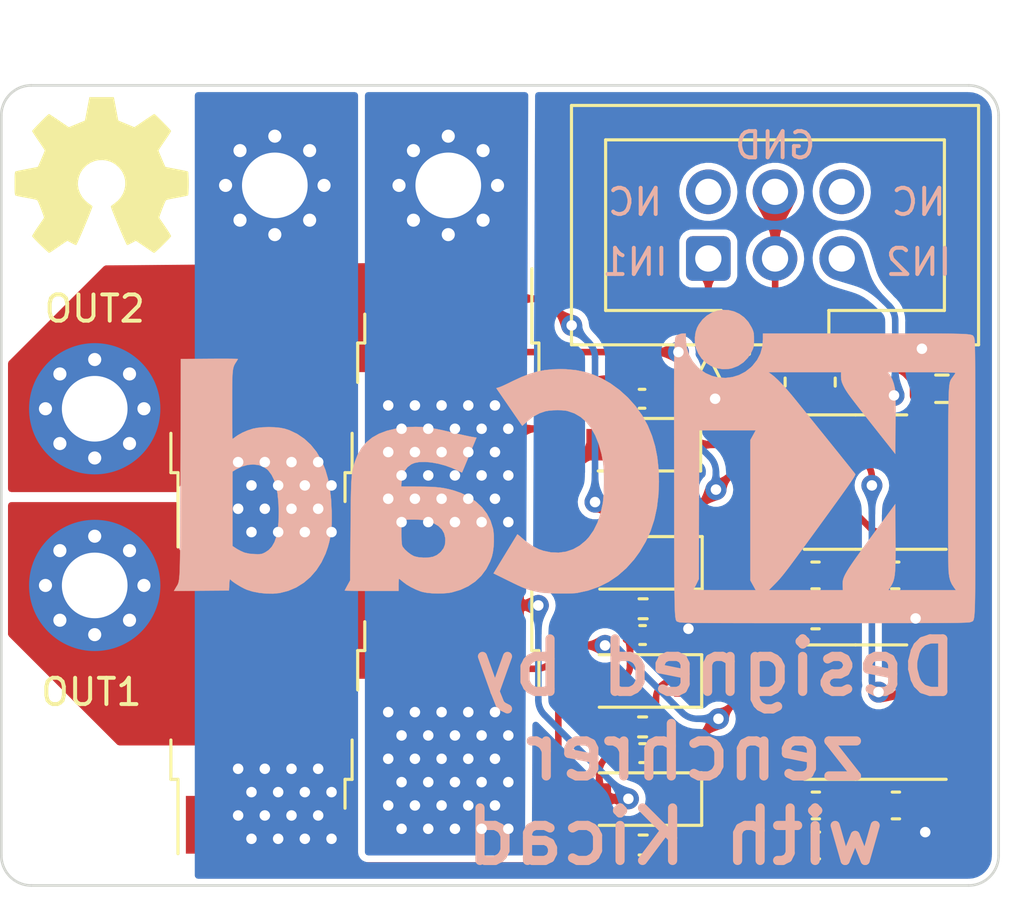
<source format=kicad_pcb>
(kicad_pcb (version 20211014) (generator pcbnew)
  (layers (0 "F.Cu" signal) (31 "B.Cu" signal) (34 "B.Paste" user) (35 "F.Paste" user) (36 "B.SilkS" user "B.Silkscreen") (37 "F.SilkS" user "F.Silkscreen") (38 "B.Mask" user) (39 "F.Mask" user) (44 "Edge.Cuts" user))
  (net 0 "")
  (net 1 "Net-(C1-Pad2)")
  (net 2 "GND")
  (net 3 "Net-(C2-Pad2)")
  (net 4 "Net-(C3-Pad2)")
  (net 5 "Net-(C4-Pad2)")
  (net 6 "Net-(C5-Pad1)")
  (net 7 "Net-(C6-Pad1)")
  (net 8 "+12V")
  (net 9 "Net-(D1-Pad1)")
  (net 10 "Net-(D2-Pad1)")
  (net 11 "Net-(D3-Pad1)")
  (net 12 "Net-(D4-Pad1)")
  (net 13 "IN1")
  (net 15 "IN2")
  (net 17 "Net-(D5-Pad2)")
  (net 18 "GNDPWR")
  (net 19 "OUT1")
  (net 20 "OUT2")
  (footprint "MountingHole:MountingHole_2.5mm_Pad_Via" (layer "F.Cu") (at 107.188 93.98)
    (fp_text reference "H4" hide)
    (fp_text value "Pad")
  )
  (footprint "Resistor_SMD:R_0402_1005Metric" (layer "F.Cu") (at 128.009 97.1)
    (fp_text reference "R4" hide)
    (fp_text value "22R")
  )
  (footprint "Resistor_SMD:R_0402_1005Metric" (layer "F.Cu") (at 136.779 92.964 90)
    (fp_text reference "R7" hide)
    (fp_text value "1k")
  )
  (footprint "Diode_SMD:D_SOD-123" (layer "F.Cu") (at 128.049 104.35 180)
    (fp_text reference "D2" hide)
    (fp_text value "1N4148")
  )
  (footprint "Capacitor_SMD:C_0603_1608Metric" (layer "F.Cu") (at 134.633 101.854)
    (fp_text reference "C6" hide)
    (fp_text value "22uF")
  )
  (footprint "Capacitor_SMD:C_0402_1005Metric" (layer "F.Cu") (at 128.049 102.6 180)
    (fp_text reference "C2" hide)
    (fp_text value "10nF")
  )
  (footprint "LED_SMD:LED_0402_1005Metric" (layer "F.Cu") (at 132.08 92.964 -90)
    (fp_text reference "D5" hide)
    (fp_text value "LED_Small")
  )
  (footprint "Symbol:OSHW-Symbol_6.7x6mm_SilkScreen" (layer "F.Cu") (at 107.442 85.09)
    (fp_text reference "REF**" hide)
    (fp_text value "OSHW-Symbol_6.7x6mm_SilkScreen" hide)
  )
  (footprint "MountingHole:MountingHole_2.5mm_Pad_Via" (layer "F.Cu") (at 107.188 100.711)
    (fp_text reference "H3" hide)
    (fp_text value "Pad")
  )
  (footprint "Capacitor_SMD:C_0402_1005Metric" (layer "F.Cu") (at 128.029 93.6 180)
    (fp_text reference "C4" hide)
    (fp_text value "10nF")
  )
  (footprint "Package_TO_SOT_SMD:TO-252-2" (layer "F.Cu") (at 113.539 105.629 90)
    (fp_text reference "Q2" hide)
    (fp_text value "QM6006D")
  )
  (footprint "Capacitor_SMD:C_0603_1608Metric" (layer "F.Cu") (at 134.633 100.33)
    (fp_text reference "C8" hide)
    (fp_text value "22uF")
  )
  (footprint "Capacitor_SMD:C_0603_1608Metric" (layer "F.Cu") (at 134.646 109.093)
    (fp_text reference "C7" hide)
    (fp_text value "22uF")
  )
  (footprint "Capacitor_SMD:C_0402_1005Metric" (layer "F.Cu") (at 128.049 98.1 180)
    (fp_text reference "C3" hide)
    (fp_text value "10nF")
  )
  (footprint "Package_SO:SOIC-8_3.9x4.9mm_P1.27mm" (layer "F.Cu") (at 136.157 105.537 180)
    (fp_text reference "U1" hide)
    (fp_text value "EG3013")
  )
  (footprint "Capacitor_SMD:C_0603_1608Metric" (layer "F.Cu") (at 134.646 110.617)
    (fp_text reference "C5" hide)
    (fp_text value "22uF")
  )
  (footprint "Diode_SMD:D_SOD-123" (layer "F.Cu") (at 128.009 95.35 180)
    (fp_text reference "D4" hide)
    (fp_text value "1N4148")
  )
  (footprint "Resistor_SMD:R_0402_1005Metric" (layer "F.Cu") (at 128.071 110.6)
    (fp_text reference "R1" hide)
    (fp_text value "22R")
  )
  (footprint "Diode_SMD:D_SOD-123" (layer "F.Cu") (at 128.049 108.85 180)
    (fp_text reference "D1" hide)
    (fp_text value "1N4148")
  )
  (footprint "Capacitor_SMD:C_0402_1005Metric" (layer "F.Cu") (at 128.049 107.1 180)
    (fp_text reference "C1" hide)
    (fp_text value "10nF")
  )
  (footprint "Package_TO_SOT_SMD:TO-252-2" (layer "F.Cu") (at 113.539 93.945 90)
    (fp_text reference "Q4" hide)
    (fp_text value "QM6006D")
  )
  (footprint "Package_TO_SOT_SMD:TO-252-2" (layer "F.Cu") (at 120.651 105.663 -90)
    (fp_text reference "Q1" hide)
    (fp_text value "QM6006D")
  )
  (footprint "Resistor_SMD:R_0402_1005Metric" (layer "F.Cu") (at 135.763 92.964 90)
    (fp_text reference "R8" hide)
    (fp_text value "1k")
  )
  (footprint "Capacitor_SMD:C_0603_1608Metric" (layer "F.Cu") (at 137.694 109.093)
    (fp_text reference "C10" hide)
    (fp_text value "100nF")
  )
  (footprint "Package_SO:SOIC-8_3.9x4.9mm_P1.27mm" (layer "F.Cu") (at 136.157 96.774 180)
    (fp_text reference "U2" hide)
    (fp_text value "EG3013")
  )
  (footprint "Capacitor_SMD:C_0603_1608Metric" (layer "F.Cu") (at 137.668 100.33)
    (fp_text reference "C9" hide)
    (fp_text value "100nF")
  )
  (footprint "Resistor_SMD:R_0402_1005Metric" (layer "F.Cu") (at 133.096 92.964 -90)
    (fp_text reference "R5" hide)
    (fp_text value "4.7k")
  )
  (footprint "Diode_SMD:D_SOD-123" (layer "F.Cu") (at 128.069 99.85 180)
    (fp_text reference "D3" hide)
    (fp_text value "1N4148")
  )
  (footprint "Package_TO_SOT_SMD:TO-252-2" (layer "F.Cu") (at 120.651 93.945 -90)
    (fp_text reference "Q3" hide)
    (fp_text value "QM6006D")
  )
  (footprint "Resistor_SMD:R_0402_1005Metric" (layer "F.Cu") (at 128.049 106.1)
    (fp_text reference "R2" hide)
    (fp_text value "22R")
  )
  (footprint "Resistor_SMD:R_0603_1608Metric" (layer "F.Cu") (at 139.446 93.218 180)
    (fp_text reference "R6" hide)
    (fp_text value "0R")
  )
  (footprint "Connector_IDC:IDC-Header_2x03_P2.54mm_Vertical" (layer "F.Cu") (at 130.551 88.2555 90)
    (fp_text reference "J1" hide)
    (fp_text value "Conn_02x03_Odd_Even")
  )
  (footprint "MountingHole:MountingHole_2.5mm_Pad_Via" (layer "F.Cu") (at 114.046 85.471)
    (fp_text reference "H1" hide)
    (fp_text value "Pad")
  )
  (footprint "Resistor_SMD:R_0402_1005Metric" (layer "F.Cu") (at 128.069 101.6)
    (fp_text reference "R3" hide)
    (fp_text value "22R")
  )
  (footprint "MountingHole:MountingHole_2.5mm_Pad_Via" (layer "F.Cu") (at 120.65 85.471)
    (fp_text reference "H2" hide)
    (fp_text value "Pad")
  )
  (footprint "Symbol:KiCad-Logo_12mm_SilkScreen" (layer "B.Cu") (at 125.476 96.139 180)
    (fp_text reference "REF**" hide)
    (fp_text value "KiCad-Logo_12mm_SilkScreen" hide)
  )
  (gr_arc (start 104.775 112.141) (mid 103.966777 111.806223) (end 103.632 110.998) (layer "Edge.Cuts") (width 0.1))
  (gr_arc (start 103.632 82.804) (mid 103.966777 81.995777) (end 104.775 81.661) (layer "Edge.Cuts") (width 0.1))
  (gr_arc (start 141.605 110.998) (mid 141.270223 111.806223) (end 140.462 112.141) (layer "Edge.Cuts") (width 0.1))
  (gr_line (start 141.605 82.804) (end 141.605 110.998) (layer "Edge.Cuts") (width 0.1))
  (gr_arc (start 140.462 81.661) (mid 141.270223 81.995777) (end 141.605 82.804) (layer "Edge.Cuts") (width 0.1))
  (gr_line (start 103.632 110.998) (end 103.632 82.804) (layer "Edge.Cuts") (width 0.1))
  (gr_line (start 140.462 112.141) (end 104.775 112.141) (layer "Edge.Cuts") (width 0.1))
  (gr_line (start 104.775 81.661) (end 140.462 81.661) (layer "Edge.Cuts") (width 0.1))
  (gr_text "GND\n" (at 133.096 83.947) (layer "B.SilkS") (effects (font (size 1 1)) (justify mirror)))
  (gr_text "Designed by \nzenchrer\n with Kicad" (at 130.048 107.061) (layer "B.SilkS") (effects (font (size 2 2) (thickness 0.35)) (justify mirror)))
  (gr_text "NC" (at 138.557 86.106) (layer "B.SilkS") (effects (font (size 1 1)) (justify mirror)))
  (gr_text "NC" (at 127.762 86.106) (layer "B.SilkS") (effects (font (size 1 1)) (justify mirror)))
  (gr_text "IN1" (at 127.762 88.392) (layer "B.SilkS") (effects (font (size 1 1)) (justify mirror)))
  (gr_text "IN2\n" (at 138.557 88.392) (layer "B.SilkS") (effects (font (size 1 1)) (justify mirror)))
  (gr_text "OUT1" (at 107.061 104.775) (layer "F.SilkS") (effects (font (size 1 1))))
  (gr_text "OUT2" (at 107.188 90.17) (layer "F.SilkS") (effects (font (size 1 1))))
  (segment (start 124.061928 101.463) (end 122.931 101.463) (width 0.25) (layer "F.Cu") (net 1))
  (segment (start 126.399 108.842221) (end 126.399 107.842591) (width 0.25) (layer "F.Cu") (net 1))
  (segment (start 126.399 108.857778) (end 126.399 109.819852) (width 0.25) (layer "F.Cu") (net 1))
  (segment (start 127.179147 110.6) (end 127.561 110.6) (width 0.25) (layer "F.Cu") (net 1))
  (segment (start 127.141591 107.1) (end 127.569 107.1) (width 0.25) (layer "F.Cu") (net 1))
  (segment (start 124.074 101.468) (end 124.079 101.473) (width 0.25) (layer "F.Cu") (net 1))
  (segment (start 127.508 108.839) (end 126.417778 108.839) (width 0.25) (layer "F.Cu") (net 1))
  (segment (start 126.399 108.857778) (end 126.399 108.842221) (width 0.25) (layer "F.Cu") (net 1))
  (via (at 124.079 101.473) (size 0.8) (drill 0.4) (layers "F.Cu" "B.Cu") (net 1))
  (via (at 127.508 108.839) (size 0.8) (drill 0.4) (layers "F.Cu" "B.Cu") (net 1))
  (arc (start 126.6275 110.3715) (mid 126.880597 110.540614) (end 127.179147 110.6) (width 0.25) (layer "F.Cu") (net 1))
  (arc (start 126.399 109.819852) (mid 126.458385 110.118401) (end 126.6275 110.3715) (width 0.25) (layer "F.Cu") (net 1))
  (arc (start 124.074 101.468) (mid 124.068461 101.464299) (end 124.061928 101.463) (width 0.25) (layer "F.Cu") (net 1))
  (arc (start 126.417778 108.839) (mid 126.410592 108.840429) (end 126.4045 108.8445) (width 0.25) (layer "F.Cu") (net 1))
  (arc (start 126.399 108.842221) (mid 126.400988 108.845198) (end 126.4045 108.8445) (width 0.25) (layer "F.Cu") (net 1))
  (arc (start 126.4045 108.8445) (mid 126.400429 108.850592) (end 126.399 108.857778) (width 0.25) (layer "F.Cu") (net 1))
  (arc (start 127.141591 107.1) (mid 126.857413 107.156526) (end 126.6165 107.3175) (width 0.25) (layer "F.Cu") (net 1))
  (arc (start 126.6165 107.3175) (mid 126.455526 107.558413) (end 126.399 107.842591) (width 0.25) (layer "F.Cu") (net 1))
  (segment (start 124.318067 105.649067) (end 127.508 108.839) (width 0.25) (layer "B.Cu") (net 1))
  (segment (start 124.079 101.473) (end 124.079 105.071907) (width 0.25) (layer "B.Cu") (net 1))
  (arc (start 124.079 105.071907) (mid 124.141131 105.384263) (end 124.318067 105.649067) (width 0.25) (layer "B.Cu") (net 1))
  (segment (start 133.091 88.641) (end 133.091 88.2555) (width 0.25) (layer "F.Cu") (net 2))
  (segment (start 134.82415 92.214932) (end 133.335067 90.725849) (width 0.25) (layer "F.Cu") (net 2))
  (segment (start 133.096 90.148689) (end 133.096 85.852) (width 0.25) (layer "F.Cu") (net 2))
  (segment (start 136.112891 92.454) (end 135.413109 92.454) (width 0.25) (layer "F.Cu") (net 2))
  (segment (start 137.518907 92.454) (end 136.112891 92.454) (width 0.25) (layer "F.Cu") (net 2))
  (segment (start 138.096067 92.693067) (end 138.621 93.218) (width 0.25) (layer "F.Cu") (net 2))
  (segment (start 135.40131 92.454) (end 135.413109 92.454) (width 0.25) (layer "F.Cu") (net 2))
  (arc (start 133.096 90.148689) (mid 133.158131 90.461045) (end 133.335067 90.725849) (width 0.25) (layer "F.Cu") (net 2))
  (arc (start 134.82415 92.214932) (mid 135.088953 92.391868) (end 135.40131 92.454) (width 0.25) (layer "F.Cu") (net 2))
  (arc (start 138.096067 92.693067) (mid 137.831263 92.516131) (end 137.518907 92.454) (width 0.25) (layer "F.Cu") (net 2))
  (segment (start 111.450272 110.561272) (end 112.028932 111.139932) (width 0.25) (layer "F.Cu") (net 3))
  (segment (start 127.539 104.911638) (end 127.539 106.1) (width 0.25) (layer "F.Cu") (net 3))
  (segment (start 126.04753 104.35) (end 126.574735 104.35) (width 0.25) (layer "F.Cu") (net 3))
  (segment (start 124.318067 111.139931) (end 124.601932 110.856067) (width 0.25) (layer "F.Cu") (net 3))
  (segment (start 125.153931 104.589067) (end 125.080067 104.662932) (width 0.25) (layer "F.Cu") (net 3))
  (segment (start 126.574735 104.35) (end 126.977361 104.35) (width 0.25) (layer "F.Cu") (net 3))
  (segment (start 111.259 110.0995) (end 111.259 109.829) (width 0.25) (layer "F.Cu") (net 3))
  (segment (start 112.606092 111.379) (end 123.740907 111.379) (width 0.25) (layer "F.Cu") (net 3))
  (segment (start 126.75047 104.35) (end 126.997972 104.35) (width 0.25) (layer "F.Cu") (net 3))
  (segment (start 126.04753 104.35) (end 125.731093 104.35) (width 0.25) (layer "F.Cu") (net 3))
  (segment (start 126.75047 104.35) (end 126.04753 104.35) (width 0.25) (layer "F.Cu") (net 3))
  (segment (start 124.841 110.278907) (end 124.841 105.240092) (width 0.25) (layer "F.Cu") (net 3))
  (segment (start 127.569 103.778972) (end 127.569 102.6) (width 0.25) (layer "F.Cu") (net 3))
  (arc (start 127.3745 104.5145) (mid 127.496247 104.696708) (end 127.539 104.911638) (width 0.25) (layer "F.Cu") (net 3))
  (arc (start 125.731093 104.35) (mid 125.418735 104.412131) (end 125.153931 104.589067) (width 0.25) (layer "F.Cu") (net 3))
  (arc (start 127.3745 104.5145) (mid 127.192291 104.392752) (end 126.977361 104.35) (width 0.25) (layer "F.Cu") (net 3))
  (arc (start 126.574735 104.35) (mid 126.662602 104.35) (end 126.75047 104.35) (width 0.25) (layer "F.Cu") (net 3))
  (arc (start 127.569 103.778972) (mid 127.525533 103.997495) (end 127.40175 104.18275) (width 0.25) (layer "F.Cu") (net 3))
  (arc (start 111.259 110.0995) (mid 111.308709 110.349409) (end 111.450272 110.561272) (width 0.25) (layer "F.Cu") (net 3))
  (arc (start 124.841 110.278907) (mid 124.778868 110.591263) (end 124.601932 110.856067) (width 0.25) (layer "F.Cu") (net 3))
  (arc (start 125.080067 104.662932) (mid 124.903131 104.927735) (end 124.841 105.240092) (width 0.25) (layer "F.Cu") (net 3))
  (arc (start 127.40175 104.18275) (mid 127.216495 104.306533) (end 126.997972 104.35) (width 0.25) (layer "F.Cu") (net 3))
  (arc (start 124.318067 111.139931) (mid 124.053263 111.316867) (end 123.740907 111.379) (width 0.25) (layer "F.Cu") (net 3))
  (arc (start 112.028932 111.139932) (mid 112.293735 111.316868) (end 112.606092 111.379) (width 0.25) (layer "F.Cu") (net 3))
  (segment (start 126.238 97.536) (end 126.796696 98.094696) (width 0.25) (layer "F.Cu") (net 4))
  (segment (start 126.419 98.779428) (end 126.419 99.49853) (width 0.25) (layer "F.Cu") (net 4))
  (segment (start 126.8245 98.1) (end 127.569 98.1) (width 0.25) (layer "F.Cu") (net 4))
  (segment (start 126.617999 98.298999) (end 126.811696 98.105303) (width 0.25) (layer "F.Cu") (net 4))
  (segment (start 126.8095 98.1) (end 126.8245 98.1) (width 0.25) (layer "F.Cu") (net 4))
  (segment (start 126.419 99.49853) (end 126.419 100.20147) (width 0.25) (layer "F.Cu") (net 4))
  (segment (start 126.977223 101.6) (end 127.559 101.6) (width 0.25) (layer "F.Cu") (net 4))
  (segment (start 122.953 89.767) (end 122.931 89.745) (width 0.25) (layer "F.Cu") (net 4))
  (segment (start 123.994907 89.789) (end 123.006112 89.789) (width 0.25) (layer "F.Cu") (net 4))
  (segment (start 126.419 101.041776) (end 126.419 100.20147) (width 0.25) (layer "F.Cu") (net 4))
  (segment (start 124.572067 90.028067) (end 125.349 90.805) (width 0.25) (layer "F.Cu") (net 4))
  (via (at 125.349 90.805) (size 0.8) (drill 0.4) (layers "F.Cu" "B.Cu") (net 4))
  (via (at 126.238 97.536) (size 0.8) (drill 0.4) (layers "F.Cu" "B.Cu") (net 4))
  (arc (start 126.8245 98.1) (mid 126.81757 98.101378) (end 126.811696 98.105303) (width 0.25) (layer "F.Cu") (net 4))
  (arc (start 126.617999 98.298999) (mid 126.470718 98.519422) (end 126.419 98.779428) (width 0.25) (layer "F.Cu") (net 4))
  (arc (start 122.953 89.767) (mid 122.977368 89.783282) (end 123.006112 89.789) (width 0.25) (layer "F.Cu") (net 4))
  (arc (start 126.796696 98.094696) (mid 126.80257 98.098621) (end 126.8095 98.1) (width 0.25) (layer "F.Cu") (net 4))
  (arc (start 126.5825 101.4365) (mid 126.7636 101.557507) (end 126.977223 101.6) (width 0.25) (layer "F.Cu") (net 4))
  (arc (start 126.811696 98.105303) (mid 126.812369 98.101917) (end 126.8095 98.1) (width 0.25) (layer "F.Cu") (net 4))
  (arc (start 126.419 101.041776) (mid 126.461492 101.255399) (end 126.5825 101.4365) (width 0.25) (layer "F.Cu") (net 4))
  (arc (start 124.572067 90.028067) (mid 124.307263 89.851131) (end 123.994907 89.789) (width 0.25) (layer "F.Cu") (net 4))
  (segment (start 126.238 97.536) (end 126.238 92.032092) (width 0.25) (layer "B.Cu") (net 4))
  (segment (start 125.998932 91.454932) (end 125.349 90.805) (width 0.25) (layer "B.Cu") (net 4))
  (arc (start 125.998932 91.454932) (mid 126.175868 91.719735) (end 126.238 92.032092) (width 0.25) (layer "B.Cu") (net 4))
  (segment (start 125.222 98.467907) (end 125.222 96.825092) (width 0.25) (layer "F.Cu") (net 5))
  (segment (start 112.606092 99.695) (end 123.994907 99.695) (width 0.25) (layer "F.Cu") (net 5))
  (segment (start 111.259 98.4155) (end 111.259 98.145) (width 0.25) (layer "F.Cu") (net 5))
  (segment (start 125.461067 96.247932) (end 126.119932 95.589067) (width 0.25) (layer "F.Cu") (net 5))
  (segment (start 126.359 94.258943) (end 126.359 95.050001) (width 0.25) (layer "F.Cu") (net 5))
  (segment (start 127.017943 93.6) (end 127.549 93.6) (width 0.25) (layer "F.Cu") (net 5))
  (segment (start 127.034666 95.35) (end 126.697092 95.35) (width 0.25) (layer "F.Cu") (net 5))
  (segment (start 127.499 95.814333) (end 127.499 97.1) (width 0.25) (layer "F.Cu") (net 5))
  (segment (start 111.450272 98.877272) (end 112.028932 99.455932) (width 0.25) (layer "F.Cu") (net 5))
  (segment (start 124.982932 99.045067) (end 124.572067 99.455932) (width 0.25) (layer "F.Cu") (net 5))
  (arc (start 124.572067 99.455932) (mid 124.307263 99.632868) (end 123.994907 99.695) (width 0.25) (layer "F.Cu") (net 5))
  (arc (start 126.552 93.793) (mid 126.409159 94.006776) (end 126.359 94.258943) (width 0.25) (layer "F.Cu") (net 5))
  (arc (start 126.119932 95.589067) (mid 126.296868 95.334164) (end 126.359 95.050001) (width 0.25) (layer "F.Cu") (net 5))
  (arc (start 127.363 95.486) (mid 127.212359 95.385345) (end 127.034666 95.35) (width 0.25) (layer "F.Cu") (net 5))
  (arc (start 127.363 95.486) (mid 127.463654 95.63664) (end 127.499 95.814333) (width 0.25) (layer "F.Cu") (net 5))
  (arc (start 125.222 98.467907) (mid 125.159868 98.780263) (end 124.982932 99.045067) (width 0.25) (layer "F.Cu") (net 5))
  (arc (start 127.017943 93.6) (mid 126.765776 93.650159) (end 126.552 93.793) (width 0.25) (layer "F.Cu") (net 5))
  (arc (start 126.697092 95.35) (mid 126.384735 95.412131) (end 126.119932 95.589067) (width 0.25) (layer "F.Cu") (net 5))
  (arc (start 126.359 95.050001) (mid 126.458024 95.262132) (end 126.697092 95.35) (width 0.25) (layer "F.Cu") (net 5))
  (arc (start 112.028932 99.455932) (mid 112.293735 99.632868) (end 112.606092 99.695) (width 0.25) (layer "F.Cu") (net 5))
  (arc (start 111.259 98.4155) (mid 111.308709 98.665409) (end 111.450272 98.877272) (width 0.25) (layer "F.Cu") (net 5))
  (arc (start 125.461067 96.247932) (mid 125.284131 96.512735) (end 125.222 96.825092) (width 0.25) (layer "F.Cu") (net 5))
  (segment (start 131.826 108.659394) (end 131.826 107.875605) (width 0.25) (layer "F.Cu") (net 6))
  (segment (start 133.871 109.392998) (end 133.871 110.617) (width 0.25) (layer "F.Cu") (net 6))
  (segment (start 132.259605 107.442) (end 133.682 107.442) (width 0.25) (layer "F.Cu") (net 6))
  (segment (start 133.571001 109.093) (end 132.259605 109.093) (width 0.25) (layer "F.Cu") (net 6))
  (arc (start 131.826 108.659394) (mid 131.859006 108.825328) (end 131.953 108.966) (width 0.25) (layer "F.Cu") (net 6))
  (arc (start 133.871 109.392998) (mid 133.783132 109.180867) (end 133.571001 109.093) (width 0.25) (layer "F.Cu") (net 6))
  (arc (start 131.953 107.569) (mid 131.859006 107.709671) (end 131.826 107.875605) (width 0.25) (layer "F.Cu") (net 6))
  (arc (start 131.953 108.966) (mid 132.093671 109.059993) (end 132.259605 109.093) (width 0.25) (layer "F.Cu") (net 6))
  (arc (start 132.259605 107.442) (mid 132.093671 107.475006) (end 131.953 107.569) (width 0.25) (layer "F.Cu") (net 6))
  (segment (start 132.349407 98.679) (end 133.682 98.679) (width 0.25) (layer "F.Cu") (net 7))
  (segment (start 132.545092 100.33) (end 133.558001 100.33) (width 0.25) (layer "F.Cu") (net 7))
  (segment (start 131.699 99.329407) (end 131.699 99.483907) (width 0.25) (layer "F.Cu") (net 7))
  (segment (start 131.967932 100.090932) (end 131.938067 100.061067) (width 0.25) (layer "F.Cu") (net 7))
  (segment (start 133.858 100.629998) (end 133.858 101.854) (width 0.25) (layer "F.Cu") (net 7))
  (arc (start 131.8895 98.8695) (mid 131.748509 99.080507) (end 131.699 99.329407) (width 0.25) (layer "F.Cu") (net 7))
  (arc (start 132.349407 98.679) (mid 132.100507 98.728509) (end 131.8895 98.8695) (width 0.25) (layer "F.Cu") (net 7))
  (arc (start 131.967932 100.090932) (mid 132.232735 100.267868) (end 132.545092 100.33) (width 0.25) (layer "F.Cu") (net 7))
  (arc (start 131.699 99.483907) (mid 131.761131 99.796263) (end 131.938067 100.061067) (width 0.25) (layer "F.Cu") (net 7))
  (arc (start 133.858 100.629998) (mid 133.770132 100.417867) (end 133.558001 100.33) (width 0.25) (layer "F.Cu") (net 7))
  (segment (start 132.562563 91.50852) (end 131.841572 91.50852) (width 0.25) (layer "F.Cu") (net 8))
  (segment (start 139.901394 98.679) (end 138.98347 98.679) (width 0.25) (layer "F.Cu") (net 8))
  (segment (start 138.98347 98.679) (end 138.28053 98.679) (width 0.25) (layer "F.Cu") (net 8))
  (segment (start 136.893 99.3516) (end 136.893 100.33) (width 0.25) (layer "F.Cu") (net 8))
  (segment (start 122.936 94.742) (end 124.004239 94.742) (width 0.25) (layer "F.Cu") (net 8))
  (segment (start 135.255 94.826451) (end 135.255 95.29219) (width 0.25) (layer "F.Cu") (net 8))
  (segment (start 136.129067 97.933817) (end 136.72832 98.53307) (width 0.25) (layer "F.Cu") (net 8))
  (segment (start 138.28053 98.679) (end 137.493375 98.679) (width 0.25) (layer "F.Cu") (net 8))
  (segment (start 131.264412 91.747587) (end 130.414067 92.597932) (width 0.25) (layer "F.Cu") (net 8))
  (segment (start 135.650932 96.026215) (end 135.494067 95.86935) (width 0.25) (layer "F.Cu") (net 8))
  (segment (start 133.952799 92.677799) (end 134.059267 92.784267) (width 0.25) (layer "F.Cu") (net 8))
  (segment (start 138.98347 107.442) (end 139.901394 107.442) (width 0.25) (layer "F.Cu") (net 8))
  (segment (start 126.585424 92.837) (end 129.836907 92.837) (width 0.25) (layer "F.Cu") (net 8))
  (segment (start 140.335 99.112605) (end 140.335 107.008394) (width 0.25) (layer "F.Cu") (net 8))
  (segment (start 120.651 96.299) (end 120.651 96.011) (width 0.25) (layer "F.Cu") (net 8))
  (segment (start 136.919 108.070215) (end 136.919 109.093) (width 0.25) (layer "F.Cu") (net 8))
  (segment (start 120.651 107.983) (end 120.651 107.695) (width 0.25) (layer "F.Cu") (net 8))
  (segment (start 137.089999 98.875999) (end 137.14107 98.824929) (width 0.25) (layer "F.Cu") (net 8))
  (segment (start 133.4125 92.454) (end 133.395998 92.454) (width 0.25) (layer "F.Cu") (net 8))
  (segment (start 138.28053 107.442) (end 137.547215 107.442) (width 0.25) (layer "F.Cu") (net 8))
  (segment (start 120.651 95.757) (end 120.651 96.045) (width 0.25) (layer "F.Cu") (net 8))
  (segment (start 137.080625 98.679) (end 137.493375 98.679) (width 0.25) (layer "F.Cu") (net 8))
  (segment (start 134.418732 93.652091) (end 135.015932 94.249291) (width 0.25) (layer "F.Cu") (net 8))
  (segment (start 135.89 96.603375) (end 135.89 97.356657) (width 0.25) (layer "F.Cu") (net 8))
  (segment (start 138.98347 107.442) (end 138.28053 107.442) (width 0.25) (layer "F.Cu") (net 8))
  (segment (start 133.096 92.154001) (end 133.096 92.041956) (width 0.25) (layer "F.Cu") (net 8))
  (segment (start 126.008264 93.076067) (end 124.581399 94.502932) (width 0.25) (layer "F.Cu") (net 8))
  (via (at 121.92 106.426) (size 0.8) (drill 0.4) (layers "F.Cu" "B.Cu") (net 8))
  (via (at 122.428 105.537) (size 0.8) (drill 0.4) (layers "F.Cu" "B.Cu") (net 8))
  (via (at 119.888 108.204) (size 0.8) (drill 0.4) (layers "F.Cu" "B.Cu") (net 8))
  (via (at 122.428 109.093) (size 0.8) (drill 0.4) (layers "F.Cu" "B.Cu") (net 8))
  (via (at 120.396 95.631) (size 0.8) (drill 0.4) (layers "F.Cu" "B.Cu") (net 8))
  (via (at 118.364 109.093) (size 0.8) (drill 0.4) (layers "F.Cu" "B.Cu") (net 8))
  (via (at 119.888 98.298) (size 0.8) (drill 0.4) (layers "F.Cu" "B.Cu") (net 8))
  (via (at 120.904 94.742) (size 0.8) (drill 0.4) (layers "F.Cu" "B.Cu") (net 8))
  (via (at 120.904 109.982) (size 0.8) (drill 0.4) (layers "F.Cu" "B.Cu") (net 8))
  (via (at 120.396 107.315) (size 0.8) (drill 0.4) (layers "F.Cu" "B.Cu") (net 8))
  (via (at 118.872 98.298) (size 0.8) (drill 0.4) (layers "F.Cu" "B.Cu") (net 8))
  (via (at 120.396 93.853) (size 0.8) (drill 0.4) (layers "F.Cu" "B.Cu") (net 8))
  (via (at 120.396 105.537) (size 0.8) (drill 0.4) (layers "F.Cu" "B.Cu") (net 8))
  (via (at 118.364 95.631) (size 0.8) (drill 0.4) (layers "F.Cu" "B.Cu") (net 8))
  (via (at 122.936 106.426) (size 0.8) (drill 0.4) (layers "F.Cu" "B.Cu") (net 8))
  (via (at 119.888 94.742) (size 0.8) (drill 0.4) (layers "F.Cu" "B.Cu") (net 8))
  (via (at 121.412 93.853) (size 0.8) (drill 0.4) (layers "F.Cu" "B.Cu") (net 8))
  (via (at 118.872 109.982) (size 0.8) (drill 0.4) (layers "F.Cu" "B.Cu") (net 8))
  (via (at 120.904 108.204) (size 0.8) (drill 0.4) (layers "F.Cu" "B.Cu") (net 8))
  (via (at 121.412 105.537) (size 0.8) (drill 0.4) (layers "F.Cu" "B.Cu") (net 8))
  (via (at 119.888 106.426) (size 0.8) (drill 0.4) (layers "F.Cu" "B.Cu") (net 8))
  (via (at 121.412 97.409) (size 0.8) (drill 0.4) (layers "F.Cu" "B.Cu") (net 8))
  (via (at 122.936 109.982) (size 0.8) (drill 0.4) (layers "F.Cu" "B.Cu") (net 8))
  (via (at 119.888 96.52) (size 0.8) (drill 0.4) (layers "F.Cu" "B.Cu") (net 8))
  (via (at 120.396 97.409) (size 0.8) (drill 0.4) (layers "F.Cu" "B.Cu") (net 8))
  (via (at 119.38 107.315) (size 0.8) (drill 0.4) (layers "F.Cu" "B.Cu") (net 8))
  (via (at 122.936 96.52) (size 0.8) (drill 0.4) (layers "F.Cu" "B.Cu") (net 8))
  (via (at 122.936 94.742) (size 0.8) (drill 0.4) (layers "F.Cu" "B.Cu") (net 8))
  (via (at 119.38 109.093) (size 0.8) (drill 0.4) (layers "F.Cu" "B.Cu") (net 8))
  (via (at 122.428 93.853) (size 0.8) (drill 0.4) (layers "F.Cu" "B.Cu") (net 8))
  (via (at 121.412 109.093) (size 0.8) (drill 0.4) (layers "F.Cu" "B.Cu") (net 8))
  (via (at 119.888 109.982) (size 0.8) (drill 0.4) (layers "F.Cu" "B.Cu") (net 8))
  (via (at 122.936 108.204) (size 0.8) (drill 0.4) (layers "F.Cu" "B.Cu") (net 8))
  (via (at 119.38 97.409) (size 0.8) (drill 0.4) (layers "F.Cu" "B.Cu") (net 8))
  (via (at 120.904 106.426) (size 0.8) (drill 0.4) (layers "F.Cu" "B.Cu") (net 8))
  (via (at 120.904 98.298) (size 0.8) (drill 0.4) (layers "F.Cu" "B.Cu") (net 8))
  (via (at 121.92 109.982) (size 0.8) (drill 0.4) (layers "F.Cu" "B.Cu") (net 8))
  (via (at 119.38 93.853) (size 0.8) (drill 0.4) (layers "F.Cu" "B.Cu") (net 8))
  (via (at 121.412 107.315) (size 0.8) (drill 0.4) (layers "F.Cu" "B.Cu") (net 8))
  (via (at 121.92 108.204) (size 0.8) (drill 0.4) (layers "F.Cu" "B.Cu") (net 8))
  (via (at 118.872 94.742) (size 0.8) (drill 0.4) (layers "F.Cu" "B.Cu") (net 8))
  (via (at 118.872 108.204) (size 0.8) (drill 0.4) (layers "F.Cu" "B.Cu") (net 8))
  (via (at 118.872 96.52) (size 0.8) (drill 0.4) (layers "F.Cu" "B.Cu") (net 8))
  (via (at 122.428 97.409) (size 0.8) (drill 0.4) (layers "F.Cu" "B.Cu") (net 8))
  (via (at 121.92 94.742) (size 0.8) (drill 0.4) (layers "F.Cu" "B.Cu") (net 8))
  (via (at 121.92 98.298) (size 0.8) (drill 0.4) (layers "F.Cu" "B.Cu") (net 8))
  (via (at 122.428 95.631) (size 0.8) (drill 0.4) (layers "F.Cu" "B.Cu") (net 8))
  (via (at 121.412 95.631) (size 0.8) (drill 0.4) (layers "F.Cu" "B.Cu") (net 8))
  (via (at 120.904 96.52) (size 0.8) (drill 0.4) (layers "F.Cu" "B.Cu") (net 8))
  (via (at 120.396 109.093) (size 0.8) (drill 0.4) (layers "F.Cu" "B.Cu") (net 8))
  (via (at 118.364 93.853) (size 0.8) (drill 0.4) (layers "F.Cu" "B.Cu") (net 8))
  (via (at 122.428 107.315) (size 0.8) (drill 0.4) (layers "F.Cu" "B.Cu") (net 8))
  (via (at 118.364 97.409) (size 0.8) (drill 0.4) (layers "F.Cu" "B.Cu") (net 8))
  (via (at 119.38 95.631) (size 0.8) (drill 0.4) (layers "F.Cu" "B.Cu") (net 8))
  (via (at 118.872 106.426) (size 0.8) (drill 0.4) (layers "F.Cu" "B.Cu") (net 8))
  (via (at 118.364 107.315) (size 0.8) (drill 0.4) (layers "F.Cu" "B.Cu") (net 8))
  (via (at 119.38 105.537) (size 0.8) (drill 0.4) (layers "F.Cu" "B.Cu") (net 8))
  (via (at 122.936 98.298) (size 0.8) (drill 0.4) (layers "F.Cu" "B.Cu") (net 8))
  (via (at 121.92 96.52) (size 0.8) (drill 0.4) (layers "F.Cu" "B.Cu") (net 8))
  (via (at 118.364 105.537) (size 0.8) (drill 0.4) (layers "F.Cu" "B.Cu") (net 8))
  (arc (start 140.335 107.008394) (mid 140.301993 107.174328) (end 140.208 107.315) (width 0.25) (layer "F.Cu") (net 8))
  (arc (start 140.208 98.806) (mid 140.067328 98.712006) (end 139.901394 98.679) (width 0.25) (layer "F.Cu") (net 8))
  (arc (start 134.059267 92.784267) (mid 134.192288 92.983347) (end 134.239 93.218179) (width 0.25) (layer "F.Cu") (net 8))
  (arc (start 134.239 93.218179) (mid 134.28571 93.45301) (end 134.418732 93.652091) (width 0.25) (layer "F.Cu") (net 8))
  (arc (start 135.015932 94.249291) (mid 135.192868 94.514094) (end 135.255 94.826451) (width 0.25) (layer "F.Cu") (net 8))
  (arc (start 140.208 107.315) (mid 140.067328 107.408993) (end 139.901394 107.442) (width 0.25) (layer "F.Cu") (net 8))
  (arc (start 137.547215 107.442) (mid 137.306807 107.48982) (end 137.103 107.626) (width 0.25) (layer "F.Cu") (net 8))
  (arc (start 137.089999 98.875999) (mid 136.944198 99.094206) (end 136.893 99.3516) (width 0.25) (layer "F.Cu") (net 8))
  (arc (start 140.208 98.806) (mid 140.301993 98.946671) (end 140.335 99.112605) (width 0.25) (layer "F.Cu") (net 8))
  (arc (start 126.585424 92.837) (mid 126.273067 92.899131) (end 126.008264 93.076067) (width 0.25) (layer "F.Cu") (net 8))
  (arc (start 137.493375 98.679) (mid 137.302709 98.716925) (end 137.14107 98.824929) (width 0.25) (layer "F.Cu") (net 8))
  (arc (start 124.581399 94.502932) (mid 124.316595 94.679868) (end 124.004239 94.742) (width 0.25) (layer "F.Cu") (net 8))
  (arc (start 130.414067 92.597932) (mid 130.149263 92.774868) (end 129.836907 92.837) (width 0.25) (layer "F.Cu") (net 8))
  (arc (start 131.841572 91.50852) (mid 131.529215 91.570651) (end 131.264412 91.747587) (width 0.25) (layer "F.Cu") (net 8))
  (arc (start 133.096 92.154001) (mid 133.183867 92.366132) (end 133.395998 92.454) (width 0.25) (layer "F.Cu") (net 8))
  (arc (start 133.952799 92.677799) (mid 133.704907 92.512163) (end 133.4125 92.454) (width 0.25) (layer "F.Cu") (net 8))
  (arc (start 132.93976 91.66476) (mid 132.7667 91.549125) (end 132.562563 91.50852) (width 0.25) (layer "F.Cu") (net 8))
  (arc (start 135.89 97.356657) (mid 135.952131 97.669013) (end 136.129067 97.933817) (width 0.25) (layer "F.Cu") (net 8))
  (arc (start 137.103 107.626) (mid 136.96682 107.829807) (end 136.919 108.070215) (width 0.25) (layer "F.Cu") (net 8))
  (arc (start 135.650932 96.026215) (mid 135.827868 96.291018) (end 135.89 96.603375) (width 0.25) (layer "F.Cu") (net 8))
  (arc (start 136.72832 98.53307) (mid 136.889959 98.641074) (end 137.080625 98.679) (width 0.25) (layer "F.Cu") (net 8))
  (arc (start 137.14107 98.824929) (mid 137.1596 98.73177) (end 137.080625 98.679) (width 0.25) (layer "F.Cu") (net 8))
  (arc (start 132.93976 91.66476) (mid 133.055394 91.837819) (end 133.096 92.041956) (width 0.25) (layer "F.Cu") (net 8))
  (arc (start 135.255 95.29219) (mid 135.317131 95.604546) (end 135.494067 95.86935) (width 0.25) (layer "F.Cu") (net 8))
  (segment (start 131.488547 106.636451) (end 131.713932 106.411067) (width 0.25) (layer "F.Cu") (net 9))
  (segment (start 132.291092 106.172) (end 133.682 106.172) (width 0.25) (layer "F.Cu") (net 9))
  (segment (start 131.24948 107.213613) (end 131.24948 108.080982) (width 0.25) (layer "F.Cu") (net 9))
  (segment (start 129.022985 110.6) (end 128.581 110.6) (width 0.25) (layer "F.Cu") (net 9))
  (segment (start 129.699 109.923985) (end 129.699 109.149998) (width 0.25) (layer "F.Cu") (net 9))
  (segment (start 129.998998 108.85) (end 130.480462 108.85) (width 0.25) (layer "F.Cu") (net 9))
  (arc (start 132.291092 106.172) (mid 131.978735 106.234131) (end 131.713932 106.411067) (width 0.25) (layer "F.Cu") (net 9))
  (arc (start 129.501 110.402) (mid 129.281684 110.548541) (end 129.022985 110.6) (width 0.25) (layer "F.Cu") (net 9))
  (arc (start 131.02424 108.62476) (mid 130.774752 108.791462) (end 130.480462 108.85) (width 0.25) (layer "F.Cu") (net 9))
  (arc (start 129.998998 108.85) (mid 129.786867 108.937867) (end 129.699 109.149998) (width 0.25) (layer "F.Cu") (net 9))
  (arc (start 129.699 109.923985) (mid 129.647541 110.182684) (end 129.501 110.402) (width 0.25) (layer "F.Cu") (net 9))
  (arc (start 131.488547 106.636451) (mid 131.311611 106.901255) (end 131.24948 107.213613) (width 0.25) (layer "F.Cu") (net 9))
  (arc (start 131.24948 108.080982) (mid 131.190942 108.375272) (end 131.02424 108.62476) (width 0.25) (layer "F.Cu") (net 9))
  (segment (start 129.34753 104.35) (end 129.224771 104.35) (width 0.25) (layer "F.Cu") (net 10))
  (segment (start 131.474067 104.110931) (end 131.713932 103.871067) (width 0.25) (layer "F.Cu") (net 10))
  (segment (start 128.559 105.015771) (end 128.559 106.1) (width 0.25) (layer "F.Cu") (net 10))
  (segment (start 132.291092 103.632) (end 133.682 103.632) (width 0.25) (layer "F.Cu") (net 10))
  (segment (start 130.896907 104.35) (end 130.05047 104.35) (width 0.25) (layer "F.Cu") (net 10))
  (segment (start 130.05047 104.35) (end 129.34753 104.35) (width 0.25) (layer "F.Cu") (net 10))
  (arc (start 131.474067 104.110931) (mid 131.209263 104.287867) (end 130.896907 104.35) (width 0.25) (layer "F.Cu") (net 10))
  (arc (start 132.291092 103.632) (mid 131.978735 103.694131) (end 131.713932 103.871067) (width 0.25) (layer "F.Cu") (net 10))
  (arc (start 129.224771 104.35) (mid 128.969991 104.400678) (end 128.754 104.545) (width 0.25) (layer "F.Cu") (net 10))
  (arc (start 128.754 104.545) (mid 128.609678 104.760991) (end 128.559 105.015771) (width 0.25) (layer "F.Cu") (net 10))
  (segment (start 131.064 99.151793) (end 131.064 98.636092) (width 0.25) (layer "F.Cu") (net 11))
  (segment (start 128.869 101.6) (end 128.579 101.6) (width 0.25) (layer "F.Cu") (net 11))
  (segment (start 131.713931 97.648067) (end 131.303067 98.058932) (width 0.25) (layer "F.Cu") (net 11))
  (segment (start 129.36406 101.394938) (end 129.479932 101.279067) (width 0.25) (layer "F.Cu") (net 11))
  (segment (start 129.719 100.149998) (end 129.719 100.701907) (width 0.25) (layer "F.Cu") (net 11))
  (segment (start 132.291092 97.409) (end 133.682 97.409) (width 0.25) (layer "F.Cu") (net 11))
  (segment (start 130.018998 99.85) (end 130.365793 99.85) (width 0.25) (layer "F.Cu") (net 11))
  (arc (start 131.303067 98.058932) (mid 131.126131 98.323735) (end 131.064 98.636092) (width 0.25) (layer "F.Cu") (net 11))
  (arc (start 131.064 99.151793) (mid 131.010852 99.418985) (end 130.8595 99.6455) (width 0.25) (layer "F.Cu") (net 11))
  (arc (start 130.8595 99.6455) (mid 130.632985 99.796852) (end 130.365793 99.85) (width 0.25) (layer "F.Cu") (net 11))
  (arc (start 130.018998 99.85) (mid 129.806867 99.937867) (end 129.719 100.149998) (width 0.25) (layer "F.Cu") (net 11))
  (arc (start 132.291092 97.409) (mid 131.978735 97.471131) (end 131.713931 97.648067) (width 0.25) (layer "F.Cu") (net 11))
  (arc (start 129.36406 101.394938) (mid 129.136924 101.546706) (end 128.869 101.6) (width 0.25) (layer "F.Cu") (net 11))
  (arc (start 129.719 100.701907) (mid 129.656868 101.014263) (end 129.479932 101.279067) (width 0.25) (layer "F.Cu") (net 11))
  (segment (start 130.01047 95.35) (end 129.30753 95.35) (width 0.25) (layer "F.Cu") (net 12))
  (segment (start 131.584067 95.110931) (end 131.586932 95.108067) (width 0.25) (layer "F.Cu") (net 12))
  (segment (start 132.164092 94.869) (end 133.682 94.869) (width 0.25) (layer "F.Cu") (net 12))
  (segment (start 129.30753 95.35) (end 129.007232 95.35) (width 0.25) (layer "F.Cu") (net 12))
  (segment (start 131.006907 95.35) (end 130.01047 95.35) (width 0.25) (layer "F.Cu") (net 12))
  (segment (start 128.519 95.838232) (end 128.519 97.1) (width 0.25) (layer "F.Cu") (net 12))
  (arc (start 128.662 95.493) (mid 128.556164 95.651393) (end 128.519 95.838232) (width 0.25) (layer "F.Cu") (net 12))
  (arc (start 129.007232 95.35) (mid 128.820393 95.387164) (end 128.662 95.493) (width 0.25) (layer "F.Cu") (net 12))
  (arc (start 132.164092 94.869) (mid 131.851735 94.931131) (end 131.586932 95.108067) (width 0.25) (layer "F.Cu") (net 12))
  (arc (start 131.584067 95.110931) (mid 131.319263 95.287867) (end 131.006907 95.35) (width 0.25) (layer "F.Cu") (net 12))
  (segment (start 132.164092 91.059) (end 132.694407 91.059) (width 0.25) (layer "F.Cu") (net 13))
  (segment (start 135.463001 93.474) (end 135.184019 93.474) (width 0.25) (layer "F.Cu") (net 13))
  (segment (start 138.632 105.201998) (end 138.632 106.172) (width 0.25) (layer "F.Cu") (net 13))
  (segment (start 134.589845 92.616345) (end 133.271567 91.298067) (width 0.25) (layer "F.Cu") (net 13))
  (segment (start 137.033 104.775) (end 137.0965 104.8385) (width 0.25) (layer "F.Cu") (net 13))
  (segment (start 135.763 94.912625) (end 135.763 93.773998) (width 0.25) (layer "F.Cu") (net 13))
  (segment (start 136.002067 95.489785) (end 136.554747 96.042465) (width 0.25) (layer "F.Cu") (net 13))
  (segment (start 130.790067 90.023067) (end 131.586932 90.819932) (width 0.25) (layer "F.Cu") (net 13))
  (segment (start 134.747 93.03698) (end 134.747 92.99575) (width 0.25) (layer "F.Cu") (net 13))
  (segment (start 138.332001 104.902) (end 137.249802 104.902) (width 0.25) (layer "F.Cu") (net 13))
  (segment (start 130.551 89.445907) (end 130.551 88.2555) (width 0.25) (layer "F.Cu") (net 13))
  (segment (start 136.779 96.583859) (end 136.779 96.901) (width 0.25) (layer "F.Cu") (net 13))
  (via (at 136.779 96.901) (size 0.8) (drill 0.4) (layers "F.Cu" "B.Cu") (net 13))
  (via (at 137.033 104.775) (size 0.8) (drill 0.4) (layers "F.Cu" "B.Cu") (net 13))
  (arc (start 135.763 94.912625) (mid 135.825131 95.224981) (end 136.002067 95.489785) (width 0.25) (layer "F.Cu") (net 13))
  (arc (start 134.875 93.346) (mid 135.016779 93.440733) (end 135.184019 93.474) (width 0.25) (layer "F.Cu") (net 13))
  (arc (start 134.747 93.03698) (mid 134.780266 93.20422) (end 134.875 93.346) (width 0.25) (layer "F.Cu") (net 13))
  (arc (start 137.0965 104.8385) (mid 137.166835 104.885496) (end 137.249802 104.902) (width 0.25) (layer "F.Cu") (net 13))
  (arc (start 135.763 93.773998) (mid 135.675132 93.561867) (end 135.463001 93.474) (width 0.25) (layer "F.Cu") (net 13))
  (arc (start 133.271567 91.298067) (mid 133.006763 91.121131) (end 132.694407 91.059) (width 0.25) (layer "F.Cu") (net 13))
  (arc (start 136.554747 96.042465) (mid 136.720718 96.290858) (end 136.779 96.583859) (width 0.25) (layer "F.Cu") (net 13))
  (arc (start 130.551 89.445907) (mid 130.613131 89.758263) (end 130.790067 90.023067) (width 0.25) (layer "F.Cu") (net 13))
  (arc (start 131.586932 90.819932) (mid 131.851735 90.996868) (end 132.164092 91.059) (width 0.25) (layer "F.Cu") (net 13))
  (arc (start 138.632 105.201998) (mid 138.544132 104.989867) (end 138.332001 104.902) (width 0.25) (layer "F.Cu") (net 13))
  (arc (start 134.589845 92.616345) (mid 134.706156 92.790417) (end 134.747 92.99575) (width 0.25) (layer "F.Cu") (net 13))
  (segment (start 136.906 104.648) (end 137.033 104.775) (width 0.25) (layer "B.Cu") (net 13))
  (segment (start 136.779 96.901) (end 136.779 104.341394) (width 0.25) (layer "B.Cu") (net 13))
  (arc (start 136.779 104.341394) (mid 136.812006 104.507328) (end 136.906 104.648) (width 0.25) (layer "B.Cu") (net 13))
  (segment (start 136.779 95.292907) (end 136.779 93.475414) (width 0.25) (layer "F.Cu") (net 15))
  (segment (start 137.018067 95.870067) (end 137.047932 95.899932) (width 0.25) (layer "F.Cu") (net 15))
  (segment (start 137.6215 93.472) (end 136.782414 93.472) (width 0.25) (layer "F.Cu") (net 15))
  (segment (start 137.625092 96.139) (end 138.332001 96.139) (width 0.25) (layer "F.Cu") (net 15))
  (segment (start 138.632 96.438998) (end 138.632 97.409) (width 0.25) (layer "F.Cu") (net 15))
  (via (at 137.6215 93.472) (size 0.8) (drill 0.4) (layers "F.Cu" "B.Cu") (net 15))
  (arc (start 136.78 93.473) (mid 136.779259 93.474107) (end 136.779 93.475414) (width 0.25) (layer "F.Cu") (net 15))
  (arc (start 137.047932 95.899932) (mid 137.312735 96.076868) (end 137.625092 96.139) (width 0.25) (layer "F.Cu") (net 15))
  (arc (start 138.632 96.438998) (mid 138.544132 96.226867) (end 138.332001 96.139) (width 0.25) (layer "F.Cu") (net 15))
  (arc (start 136.779 95.292907) (mid 136.841131 95.605263) (end 137.018067 95.870067) (width 0.25) (layer "F.Cu") (net 15))
  (arc (start 136.782414 93.472) (mid 136.781107 93.472259) (end 136.78 93.473) (width 0.25) (layer "F.Cu") (net 15))
  (segment (start 137.64475 93.44875) (end 137.6215 93.472) (width 0.25) (layer "B.Cu") (net 15))
  (segment (start 137.668 93.392619) (end 137.668 90.630592) (width 0.25) (layer "B.Cu") (net 15))
  (segment (start 137.428932 90.053432) (end 135.631 88.2555) (width 0.25) (layer "B.Cu") (net 15))
  (arc (start 137.428932 90.053432) (mid 137.605868 90.318235) (end 137.668 90.630592) (width 0.25) (layer "B.Cu") (net 15))
  (arc (start 137.668 93.392619) (mid 137.661957 93.422996) (end 137.64475 93.44875) (width 0.25) (layer "B.Cu") (net 15))
  (segment (start 132.122677 93.474) (end 133.096 93.474) (width 0.25) (layer "F.Cu") (net 17))
  (segment (start 132.0925 93.4615) (end 132.08 93.449) (width 0.25) (layer "F.Cu") (net 17))
  (arc (start 132.0925 93.4615) (mid 132.106345 93.470751) (end 132.122677 93.474) (width 0.25) (layer "F.Cu") (net 17))
  (segment (start 140.271 93.5675) (end 140.271 94.111044) (width 0.25) (layer "F.Cu") (net 18))
  (segment (start 130.81 93.599) (end 131.876966 92.532033) (width 0.25) (layer "F.Cu") (net 18))
  (segment (start 138.469 109.525169) (end 138.469 109.093) (width 0.25) (layer "F.Cu") (net 18))
  (segment (start 138.443 101.968) (end 138.443 100.33) (width 0.25) (layer "F.Cu") (net 18))
  (segment (start 140.031932 92.279932) (end 139.685067 91.933067) (width 0.25) (layer "F.Cu") (net 18))
  (segment (start 129.286292 93.6) (end 128.509 93.6) (width 0.25) (layer "F.Cu") (net 18))
  (segment (start 138.443 103.309356) (end 138.443 101.968) (width 0.25) (layer "F.Cu") (net 18))
  (segment (start 138.684 91.694) (end 139.107907 91.694) (width 0.25) (layer "F.Cu") (net 18))
  (segment (start 129.288707 93.599) (end 130.81 93.599) (width 0.25) (layer "F.Cu") (net 18))
  (segment (start 129.387708 102.6) (end 128.529 102.6) (width 0.25) (layer "F.Cu") (net 18))
  (segment (start 132.005 92.479) (end 132.08 92.479) (width 0.25) (layer "F.Cu") (net 18))
  (segment (start 138.811 110.109) (end 138.64 109.938) (width 0.25) (layer "F.Cu") (net 18))
  (segment (start 138.5375 103.5375) (end 138.632 103.632) (width 0.25) (layer "F.Cu") (net 18))
  (segment (start 139.513044 94.869) (end 138.632 94.869) (width 0.25) (layer "F.Cu") (net 18))
  (segment (start 140.271 92.8685) (end 140.271 93.5675) (width 0.25) (layer "F.Cu") (net 18))
  (segment (start 129.675 102.481) (end 129.794 102.362) (width 0.25) (layer "F.Cu") (net 18))
  (segment (start 140.271 92.8685) (end 140.271 92.857092) (width 0.25) (layer "F.Cu") (net 18))
  (via (at 113.157 110.363) (size 0.8) (drill 0.4) (layers "F.Cu" "B.Cu") (net 18))
  (via (at 114.173 110.363) (size 0.8) (drill 0.4) (layers "F.Cu" "B.Cu") (net 18))
  (via (at 112.649 97.79) (size 0.8) (drill 0.4) (layers "F.Cu" "B.Cu") (net 18))
  (via (at 113.157 96.901) (size 0.8) (drill 0.4) (layers "F.Cu" "B.Cu") (net 18))
  (via (at 113.157 98.679) (size 0.8) (drill 0.4) (layers "F.Cu" "B.Cu") (net 18))
  (via (at 113.665 96.012) (size 0.8) (drill 0.4) (layers "F.Cu" "B.Cu") (net 18))
  (via (at 129.794 102.362) (size 0.8) (drill 0.4) (layers "F.Cu" "B.Cu") (net 18))
  (via (at 115.189 110.363) (size 0.8) (drill 0.4) (layers "F.Cu" "B.Cu") (net 18))
  (via (at 114.681 96.012) (size 0.8) (drill 0.4) (layers "F.Cu" "B.Cu") (net 18))
  (via (at 115.189 108.585) (size 0.8) (drill 0.4) (layers "F.Cu" "B.Cu") (net 18))
  (via (at 114.681 97.79) (size 0.8) (drill 0.4) (layers "F.Cu" "B.Cu") (net 18))
  (via (at 116.205 108.585) (size 0.8) (drill 0.4) (layers "F.Cu" "B.Cu") (net 18))
  (via (at 115.697 97.79) (size 0.8) (drill 0.4) (layers "F.Cu" "B.Cu") (net 18))
  (via (at 113.665 97.79) (size 0.8) (drill 0.4) (layers "F.Cu" "B.Cu") (net 18))
  (via (at 112.649 107.696) (size 0.8) (drill 0.4) (layers "F.Cu" "B.Cu") (net 18))
  (via (at 114.173 98.679) (size 0.8) (drill 0.4) (layers "F.Cu" "B.Cu") (net 18))
  (via (at 130.81 93.599) (size 0.8) (drill 0.4) (layers "F.Cu" "B.Cu") (net 18))
  (via (at 115.189 98.679) (size 0.8) (drill 0.4) (layers "F.Cu" "B.Cu") (net 18))
  (via (at 115.697 107.696) (size 0.8) (drill 0.4) (layers "F.Cu" "B.Cu") (net 18))
  (via (at 138.443 101.968) (size 0.8) (drill 0.4) (layers "F.Cu" "B.Cu") (net 18))
  (via (at 116.205 96.901) (size 0.8) (drill 0.4) (layers "F.Cu" "B.Cu") (net 18))
  (via (at 114.681 107.696) (size 0.8) (drill 0.4) (layers "F.Cu" "B.Cu") (net 18))
  (via (at 112.649 109.474) (size 0.8) (drill 0.4) (layers "F.Cu" "B.Cu") (net 18))
  (via (at 113.665 109.474) (size 0.8) (drill 0.4) (layers "F.Cu" "B.Cu") (net 18))
  (via (at 115.697 109.474) (size 0.8) (drill 0.4) (layers "F.Cu" "B.Cu") (net 18))
  (via (at 116.205 98.679) (size 0.8) (drill 0.4) (layers "F.Cu" "B.Cu") (net 18))
  (via (at 114.681 109.474) (size 0.8) (drill 0.4) (layers "F.Cu" "B.Cu") (net 18))
  (via (at 113.157 108.585) (size 0.8) (drill 0.4) (layers "F.Cu" "B.Cu") (net 18))
  (via (at 138.684 91.694) (size 0.8) (drill 0.4) (layers "F.Cu" "B.Cu") (net 18))
  (via (at 114.173 96.901) (size 0.8) (drill 0.4) (layers "F.Cu" "B.Cu") (net 18))
  (via (at 115.189 96.901) (size 0.8) (drill 0.4) (layers "F.Cu" "B.Cu") (net 18))
  (via (at 138.811 110.109) (size 0.8) (drill 0.4) (layers "F.Cu" "B.Cu") (net 18))
  (via (at 116.205 110.363) (size 0.8) (drill 0.4) (layers "F.Cu" "B.Cu") (net 18))
  (via (at 114.173 108.585) (size 0.8) (drill 0.4) (layers "F.Cu" "B.Cu") (net 18))
  (via (at 113.665 107.696) (size 0.8) (drill 0.4) (layers "F.Cu" "B.Cu") (net 18))
  (via (at 115.697 96.012) (size 0.8) (drill 0.4) (layers "F.Cu" "B.Cu") (net 18))
  (via (at 112.649 96.012) (size 0.8) (drill 0.4) (layers "F.Cu" "B.Cu") (net 18))
  (arc (start 129.675 102.481) (mid 129.543189 102.569072) (end 129.387708 102.6) (width 0.25) (layer "F.Cu") (net 18))
  (arc (start 129.2875 93.5995) (mid 129.286945 93.59987) (end 129.286292 93.6) (width 0.25) (layer "F.Cu") (net 18))
  (arc (start 138.469 109.525169) (mid 138.513441 109.748591) (end 138.64 109.938) (width 0.25) (layer "F.Cu") (net 18))
  (arc (start 138.443 103.309356) (mid 138.467559 103.432826) (end 138.5375 103.5375) (width 0.25) (layer "F.Cu") (net 18))
  (arc (start 140.271 94.111044) (mid 140.213304 94.401101) (end 140.049 94.647) (width 0.25) (layer "F.Cu") (net 18))
  (arc (start 139.685067 91.933067) (mid 139.420263 91.756131) (end 139.107907 91.694) (width 0.25) (layer "F.Cu") (net 18))
  (arc (start 140.049 94.647) (mid 139.803101 94.811304) (end 139.513044 94.869) (width 0.25) (layer "F.Cu") (net 18))
  (arc (start 129.288707 93.599) (mid 129.288053 93.599129) (end 129.2875 93.5995) (width 0.25) (layer "F.Cu") (net 18))
  (arc (start 140.031932 92.279932) (mid 140.208868 92.544735) (end 140.271 92.857092) (width 0.25) (layer "F.Cu") (net 18))
  (arc (start 132.005 92.479) (mid 131.935708 92.492782) (end 131.876966 92.532033) (width 0.25) (layer "F.Cu") (net 18))
  (segment (start 134.03347 104.902) (end 134.920817 104.902) (width 0.25) (layer "F.Cu") (net 19))
  (segment (start 123.994907 103.886) (end 121.132092 103.886) (width 0.25) (layer "F.Cu") (net 19))
  (segment (start 130.937 105.791) (end 131.586932 105.141067) (width 0.25) (layer "F.Cu") (net 19))
  (segment (start 134.03347 104.902) (end 133.33053 104.902) (width 0.25) (layer "F.Cu") (net 19))
  (segment (start 126.619 102.997) (end 125.560092 102.997) (width 0.25) (layer "F.Cu") (net 19))
  (segment (start 129.289907 107.1) (end 128.529 107.1) (width 0.25) (layer "F.Cu") (net 19))
  (segment (start 124.572067 103.646932) (end 124.982932 103.236067) (width 0.25) (layer "F.Cu") (net 19))
  (segment (start 135.421 109.44447) (end 135.421 110.617) (width 0.25) (layer "F.Cu") (net 19))
  (segment (start 120.554932 103.646932) (end 118.371 101.463) (width 0.25) (layer "F.Cu") (net 19))
  (segment (start 130.937 105.791) (end 129.867067 106.860932) (width 0.25) (layer "F.Cu") (net 19))
  (segment (start 135.421 108.74153) (end 135.421 105.402182) (width 0.25) (layer "F.Cu") (net 19))
  (segment (start 135.421 108.74153) (end 135.421 109.44447) (width 0.25) (layer "F.Cu") (net 19))
  (segment (start 133.33053 104.902) (end 132.164092 104.902) (width 0.25) (layer "F.Cu") (net 19))
  (via (at 130.937 105.791) (size 0.8) (drill 0.4) (layers "F.Cu" "B.Cu") (net 19))
  (via (at 126.619 102.997) (size 0.8) (drill 0.4) (layers "F.Cu" "B.Cu") (net 19))
  (arc (start 125.560092 102.997) (mid 125.247735 103.059131) (end 124.982932 103.236067) (width 0.25) (layer "F.Cu") (net 19))
  (arc (start 124.572067 103.646932) (mid 124.307263 103.823868) (end 123.994907 103.886) (width 0.25) (layer "F.Cu") (net 19))
  (arc (start 135.2745 105.0485) (mid 135.382925 105.21077) (end 135.421 105.402182) (width 0.25) (layer "F.Cu") (net 19))
  (arc (start 129.867067 106.860932) (mid 129.602263 107.037868) (end 129.289907 107.1) (width 0.25) (layer "F.Cu") (net 19))
  (arc (start 120.554932 103.646932) (mid 120.819735 103.823868) (end 121.132092 103.886) (width 0.25) (layer "F.Cu") (net 19))
  (arc (start 135.2745 105.0485) (mid 135.112229 104.940074) (end 134.920817 104.902) (width 0.25) (layer "F.Cu") (net 19))
  (arc (start 132.164092 104.902) (mid 131.851735 104.964131) (end 131.586932 105.141067) (width 0.25) (layer "F.Cu") (net 19))
  (segment (start 126.8095 102.997) (end 126.619 102.997) (width 0.25) (layer "B.Cu") (net 19))
  (segment (start 127.134703 103.131703) (end 129.554932 105.551932) (width 0.25) (layer "B.Cu") (net 19))
  (segment (start 130.937 105.791) (end 130.132092 105.791) (width 0.25) (layer "B.Cu") (net 19))
  (arc (start 129.554932 105.551932) (mid 129.819735 105.728868) (end 130.132092 105.791) (width 0.25) (layer "B.Cu") (net 19))
  (arc (start 127.134703 103.131703) (mid 126.985498 103.032008) (end 126.8095 102.997) (width 0.25) (layer "B.Cu") (net 19))
  (segment (start 135.408 96.616989) (end 135.408 99.97853) (width 0.25) (layer "F.Cu") (net 20))
  (segment (start 129.413 91.821) (end 120.226092 91.821) (width 0.25) (layer "F.Cu") (net 20))
  (segment (start 135.408 99.97853) (end 135.408 100.68147) (width 0.25) (layer "F.Cu") (net 20))
  (segment (start 134.03347 96.139) (end 134.93001 96.139) (width 0.25) (layer "F.Cu") (net 20))
  (segment (start 133.33053 96.139) (end 132.100592 96.139) (width 0.25) (layer "F.Cu") (net 20))
  (segment (start 118.371 90.0245) (end 118.371 89.745) (width 0.25) (layer "F.Cu") (net 20))
  (segment (start 130.84175 97.05975) (end 130.040567 97.860932) (width 0.25) (layer "F.Cu") (net 20))
  (segment (start 134.03347 96.139) (end 133.33053 96.139) (width 0.25) (layer "F.Cu") (net 20))
  (segment (start 119.648932 91.581932) (end 118.568636 90.501636) (width 0.25) (layer "F.Cu") (net 20))
  (segment (start 130.84175 97.05975) (end 131.523432 96.378067) (width 0.25) (layer "F.Cu") (net 20))
  (segment (start 135.408 100.68147) (end 135.408 101.854) (width 0.25) (layer "F.Cu") (net 20))
  (segment (start 129.463407 98.1) (end 128.529 98.1) (width 0.25) (layer "F.Cu") (net 20))
  (via (at 130.84175 97.05975) (size 0.8) (drill 0.4) (layers "F.Cu" "B.Cu") (net 20))
  (via (at 129.413 91.821) (size 0.8) (drill 0.4) (layers "F.Cu" "B.Cu") (net 20))
  (arc (start 132.100592 96.139) (mid 131.788235 96.201131) (end 131.523432 96.378067) (width 0.25) (layer "F.Cu") (net 20))
  (arc (start 118.371 90.0245) (mid 118.422363 90.282724) (end 118.568636 90.501636) (width 0.25) (layer "F.Cu") (net 20))
  (arc (start 135.268 96.279) (mid 135.112928 96.175384) (end 134.93001 96.139) (width 0.25) (layer "F.Cu") (net 20))
  (arc (start 119.648932 91.581932) (mid 119.913735 91.758868) (end 120.226092 91.821) (width 0.25) (layer "F.Cu") (net 20))
  (arc (start 135.268 96.279) (mid 135.371615 96.43407) (end 135.408 96.616989) (width 0.25) (layer "F.Cu") (net 20))
  (arc (start 130.040567 97.860932) (mid 129.775763 98.037868) (end 129.463407 98.1) (width 0.25) (layer "F.Cu") (net 20))
  (segment (start 129.921 92.667092) (end 129.921 94.784907) (width 0.25) (layer "B.Cu") (net 20))
  (segment (start 130.84175 97.05975) (end 130.84175 96.381842) (width 0.25) (layer "B.Cu") (net 20))
  (segment (start 129.681932 92.089932) (end 129.413 91.821) (width 0.25) (layer "B.Cu") (net 20))
  (segment (start 130.160067 95.362067) (end 130.602682 95.804682) (width 0.25) (layer "B.Cu") (net 20))
  (arc (start 129.921 94.784907) (mid 129.983131 95.097263) (end 130.160067 95.362067) (width 0.25) (layer "B.Cu") (net 20))
  (arc (start 129.681932 92.089932) (mid 129.858868 92.354735) (end 129.921 92.667092) (width 0.25) (layer "B.Cu") (net 20))
  (arc (start 130.602682 95.804682) (mid 130.779618 96.069485) (end 130.84175 96.381842) (width 0.25) (layer "B.Cu") (net 20))
  (zone (net 6) (net_name "Net-(C5-Pad1)") (layer "F.Cu") (priority 16962) (connect_pads yes (clearance 0)) (min_thickness 0.0254) (fill yes (thermal_gap 0.508) (thermal_bridge_width 0.508))
    (polygon (pts (xy 132.601001 109.218) (xy 132.769803 109.220742) (xy 132.910723 109.229325) (xy 133.030408 109.244286) (xy 133.135506 109.266161) (xy 133.232665 109.295486) (xy 133.328531 109.332796) (xy 133.429752 109.378627) (xy 133.542976 109.433516) (xy 133.67485 109.498) (xy 134.096 109.093) (xy 133.67485 108.688) (xy 133.542976 108.752483) (xy 133.429752 108.807372) (xy 133.328531 108.853203) (xy 133.232665 108.890513) (xy 133.135506 108.919838) (xy 133.030408 108.941713) (xy 132.910723 108.956674) (xy 132.769803 108.965257) (xy 132.601001 108.968)))
  )
  (zone (net 20) (net_name "OUT2") (layer "F.Cu") (priority 16962) (connect_pads yes (clearance 0)) (min_thickness 0.0254) (fill yes (thermal_gap 0.508) (thermal_bridge_width 0.508))
    (polygon (pts (xy 135.533 101.59147) (xy 135.535793 101.423941) (xy 135.544504 101.284119) (xy 135.559631 101.165396) (xy 135.581671 101.061165) (xy 135.611123 100.964819) (xy 135.648484 100.869752) (xy 135.694252 100.769356) (xy 135.748925 100.657024) (xy 135.813 100.52615) (xy 135.408 100.105) (xy 135.003 100.52615) (xy 135.067074 100.657024) (xy 135.121747 100.769356) (xy 135.167515 100.869752) (xy 135.204876 100.964819) (xy 135.234328 101.061165) (xy 135.256368 101.165396) (xy 135.271495 101.284119) (xy 135.280206 101.423941) (xy 135.283 101.59147)))
  )
  (zone (net 2) (net_name "GND") (layer "F.Cu") (priority 16962) (connect_pads yes (clearance 0)) (min_thickness 0.0254) (fill yes (thermal_gap 0.508) (thermal_bridge_width 0.508))
    (polygon (pts (xy 133.221 88.102) (xy 133.229593 87.781509) (xy 133.255009 87.517063) (xy 133.296703 87.294929) (xy 133.354129 87.101371) (xy 133.426742 86.922655) (xy 133.513996 86.745048) (xy 133.615345 86.554815) (xy 133.730245 86.338221) (xy 133.858149 86.081534) (xy 133.08852 85.290508) (xy 132.328176 86.090465) (xy 132.458513 86.344996) (xy 132.575124 86.560006) (xy 132.677578 86.749107) (xy 132.765447 86.925915) (xy 132.838302 87.104041) (xy 132.895714 87.297099) (xy 132.937253 87.518702) (xy 132.962491 87.782465) (xy 132.971 88.102)))
  )
  (zone (net 3) (net_name "Net-(C2-Pad2)") (layer "F.Cu") (priority 16962) (connect_pads yes (clearance 0)) (min_thickness 0.0254) (fill yes (thermal_gap 0.508) (thermal_bridge_width 0.508))
    (polygon (pts (xy 126.977361 104.225) (xy 126.950104 104.223877) (xy 126.924047 104.220809) (xy 126.899683 104.216245) (xy 126.877507 104.210634) (xy 126.858011 104.204426) (xy 126.841689 104.19807) (xy 126.829036 104.192016) (xy 126.820544 104.186713) (xy 126.816709 104.182611) (xy 126.174 104.35) (xy 126.816709 104.517389) (xy 126.820544 104.513286) (xy 126.829036 104.507983) (xy 126.841689 104.501929) (xy 126.858011 104.495573) (xy 126.877507 104.489365) (xy 126.899683 104.483754) (xy 126.924047 104.47919) (xy 126.950104 104.476122) (xy 126.977361 104.475)))
  )
  (zone (net 18) (net_name "GNDPWR") (layer "F.Cu") (priority 16962) (connect_pads yes (clearance 0)) (min_thickness 0.0254) (fill yes (thermal_gap 0.508) (thermal_bridge_width 0.508))
    (polygon (pts (xy 139.097907 91.569) (xy 139.09173 91.568748) (xy 139.085763 91.568073) (xy 139.080142 91.567088) (xy 139.075004 91.565911) (xy 139.070484 91.564657) (xy 139.066718 91.563443) (xy 139.063843 91.562384) (xy 139.061995 91.561597) (xy 139.06131 91.561198) (xy 138.484 91.694) (xy 139.06131 91.826802) (xy 139.061995 91.826402) (xy 139.063843 91.825615) (xy 139.066718 91.824556) (xy 139.070484 91.823342) (xy 139.075004 91.822088) (xy 139.080142 91.820911) (xy 139.085763 91.819926) (xy 139.09173 91.819251) (xy 139.097907 91.819)))
  )
  (zone (net 12) (net_name "Net-(D4-Pad1)") (layer "F.Cu") (priority 16962) (connect_pads yes (clearance 0)) (min_thickness 0.0254) (fill yes (thermal_gap 0.508) (thermal_bridge_width 0.508))
    (polygon (pts (xy 130.92047 95.225) (xy 130.752941 95.222206) (xy 130.613119 95.213495) (xy 130.494396 95.198368) (xy 130.390165 95.176328) (xy 130.293819 95.146876) (xy 130.198752 95.109515) (xy 130.098356 95.063747) (xy 129.986024 95.009074) (xy 129.85515 94.945) (xy 129.434 95.35) (xy 129.85515 95.755) (xy 129.986024 95.690925) (xy 130.098356 95.636252) (xy 130.198752 95.590484) (xy 130.293819 95.553123) (xy 130.390165 95.523671) (xy 130.494396 95.501631) (xy 130.613119 95.486504) (xy 130.752941 95.477793) (xy 130.92047 95.475)))
  )
  (zone (net 7) (net_name "Net-(C6-Pad1)") (layer "F.Cu") (priority 16962) (connect_pads yes (clearance 0)) (min_thickness 0.0254) (fill yes (thermal_gap 0.508) (thermal_bridge_width 0.508))
    (polygon (pts (xy 132.588001 100.455) (xy 132.756803 100.457742) (xy 132.897723 100.466325) (xy 133.017408 100.481286) (xy 133.122506 100.503161) (xy 133.219665 100.532486) (xy 133.315531 100.569796) (xy 133.416752 100.615627) (xy 133.529976 100.670516) (xy 133.66185 100.735) (xy 134.083 100.33) (xy 133.66185 99.925) (xy 133.529976 99.989483) (xy 133.416752 100.044372) (xy 133.315531 100.090203) (xy 133.219665 100.127513) (xy 133.122506 100.156838) (xy 133.017408 100.178713) (xy 132.897723 100.193674) (xy 132.756803 100.202257) (xy 132.588001 100.205)))
  )
  (zone (net 18) (net_name "GNDPWR") (layer "F.Cu") (priority 16962) (connect_pads yes (clearance 0)) (min_thickness 0.0254) (fill yes (thermal_gap 0.508) (thermal_bridge_width 0.508))
    (polygon (pts (xy 138.568 103.078) (xy 138.570143 102.931087) (xy 138.576954 102.808138) (xy 138.588999 102.703484) (xy 138.606846 102.611459) (xy 138.631064 102.526392) (xy 138.66222 102.442617) (xy 138.700883 102.354464) (xy 138.74762 102.256266) (xy 138.803 102.142355) (xy 138.443 101.768) (xy 138.083 102.142355) (xy 138.138379 102.256266) (xy 138.185116 102.354464) (xy 138.223779 102.442617) (xy 138.254935 102.526392) (xy 138.279153 102.611459) (xy 138.297 102.703484) (xy 138.309045 102.808138) (xy 138.315856 102.931087) (xy 138.318 103.078)))
  )
  (zone (net 15) (net_name "IN2") (layer "F.Cu") (priority 16962) (connect_pads yes (clearance 0)) (min_thickness 0.0254) (fill yes (thermal_gap 0.508) (thermal_bridge_width 0.508))
    (polygon (pts (xy 136.904 94.221414) (xy 136.904305 94.123172) (xy 136.905798 94.039785) (xy 136.90934 93.967916) (xy 136.915797 93.904227) (xy 136.92603 93.845381) (xy 136.940903 93.788041) (xy 136.961281 93.728871) (xy 136.988025 93.664532) (xy 137.022 93.59169) (xy 136.779 93.339) (xy 136.536 93.59169) (xy 136.569974 93.664532) (xy 136.596718 93.728871) (xy 136.617096 93.788041) (xy 136.631969 93.845381) (xy 136.642202 93.904227) (xy 136.648659 93.967916) (xy 136.652201 94.039785) (xy 136.653694 94.123172) (xy 136.654 94.221414)))
  )
  (zone (net 3) (net_name "Net-(C2-Pad2)") (layer "F.Cu") (priority 16962) (connect_pads yes (clearance 0)) (min_thickness 0.0254) (fill yes (thermal_gap 0.508) (thermal_bridge_width 0.508))
    (polygon (pts (xy 127.414 105.354) (xy 127.413686 105.452026) (xy 127.412173 105.535228) (xy 127.408604 105.606935) (xy 127.402121 105.670478) (xy 127.391868 105.729189) (xy 127.376986 105.786396) (xy 127.356619 105.845432) (xy 127.329909 105.909626) (xy 127.296 105.98231) (xy 127.539 106.235) (xy 127.782 105.98231) (xy 127.74809 105.909626) (xy 127.72138 105.845432) (xy 127.701013 105.786396) (xy 127.686131 105.729189) (xy 127.675878 105.670478) (xy 127.669395 105.606935) (xy 127.665826 105.535228) (xy 127.664313 105.452026) (xy 127.664 105.354)))
  )
  (zone (net 3) (net_name "Net-(C2-Pad2)") (layer "F.Cu") (priority 16962) (connect_pads yes (clearance 0)) (min_thickness 0.0254) (fill yes (thermal_gap 0.508) (thermal_bridge_width 0.508))
    (polygon (pts (xy 126.997972 104.225) (xy 126.96658 104.223707) (xy 126.936667 104.22016) (xy 126.90876 104.214856) (xy 126.883391 104.208294) (xy 126.861089 104.20097) (xy 126.842385 104.193382) (xy 126.827808 104.186028) (xy 126.81789 104.179405) (xy 126.813159 104.174012) (xy 126.174 104.35) (xy 126.813159 104.525988) (xy 126.81789 104.520594) (xy 126.827808 104.513971) (xy 126.842385 104.506617) (xy 126.861089 104.499029) (xy 126.883391 104.491705) (xy 126.90876 104.485143) (xy 126.936667 104.479839) (xy 126.96658 104.476292) (xy 126.997972 104.475)))
  )
  (zone (net 7) (net_name "Net-(C6-Pad1)") (layer "F.Cu") (priority 16962) (connect_pads yes (clearance 0)) (min_thickness 0.0254) (fill yes (thermal_gap 0.508) (thermal_bridge_width 0.508))
    (polygon (pts (xy 133.733 100.639998) (xy 133.730644 100.797473) (xy 133.723103 100.930421) (xy 133.709667 101.044314) (xy 133.689624 101.144624) (xy 133.662264 101.236826) (xy 133.626877 101.326392) (xy 133.582751 101.418794) (xy 133.529177 101.519506) (xy 133.465444 101.634001) (xy 133.858 102.079) (xy 134.250556 101.634001) (xy 134.186822 101.519506) (xy 134.133248 101.418794) (xy 134.089122 101.326392) (xy 134.053735 101.236826) (xy 134.026375 101.144624) (xy 134.006332 101.044314) (xy 133.992896 100.930421) (xy 133.985355 100.797473) (xy 133.983 100.639998)))
  )
  (zone (net 4) (net_name "Net-(C3-Pad2)") (layer "F.Cu") (priority 16962) (connect_pads yes (clearance 0)) (min_thickness 0.0254) (fill yes (thermal_gap 0.508) (thermal_bridge_width 0.508))
    (polygon (pts (xy 126.878012 97.999235) (xy 126.824008 97.943126) (xy 126.776728 97.889472) (xy 126.736193 97.838206) (xy 126.702426 97.789262) (xy 126.675449 97.742573) (xy 126.655284 97.698073) (xy 126.641954 97.655695) (xy 126.635481 97.615373) (xy 126.635888 97.577041) (xy 126.096579 97.394579) (xy 126.279041 97.933888) (xy 126.317373 97.933481) (xy 126.357695 97.939954) (xy 126.400073 97.953284) (xy 126.444573 97.973449) (xy 126.491262 98.000426) (xy 126.540206 98.034193) (xy 126.591472 98.074728) (xy 126.645126 98.122008) (xy 126.701235 98.176012)))
  )
  (zone (net 15) (net_name "IN2") (layer "F.Cu") (priority 16962) (connect_pads yes (clearance 0)) (min_thickness 0.0254) (fill yes (thermal_gap 0.508) (thermal_bridge_width 0.508))
    (polygon (pts (xy 138.757 96.988998) (xy 138.75761 96.876719) (xy 138.760032 96.781804) (xy 138.765149 96.700277) (xy 138.773847 96.628166) (xy 138.787009 96.561497) (xy 138.805521 96.496296) (xy 138.830267 96.428589) (xy 138.862132 96.354403) (xy 138.902 96.269766) (xy 138.632 95.989) (xy 138.362 96.269766) (xy 138.401867 96.354403) (xy 138.433732 96.428589) (xy 138.458478 96.496296) (xy 138.47699 96.561497) (xy 138.490152 96.628166) (xy 138.49885 96.700277) (xy 138.503967 96.781804) (xy 138.506389 96.876719) (xy 138.507 96.988998)))
  )
  (zone (net 1) (net_name "Net-(C1-Pad2)") (layer "F.Cu") (priority 16962) (connect_pads yes (clearance 0)) (min_thickness 0.0254) (fill yes (thermal_gap 0.508) (thermal_bridge_width 0.508))
    (polygon (pts (xy 127.189147 110.725) (xy 127.213907 110.725546) (xy 127.237509 110.727078) (xy 127.259568 110.72944) (xy 127.279699 110.732472) (xy 127.297517 110.736016) (xy 127.312636 110.739915) (xy 127.324673 110.74401) (xy 127.333242 110.748143) (xy 127.337958 110.752157) (xy 127.696 110.6) (xy 127.337958 110.447843) (xy 127.333242 110.451856) (xy 127.324673 110.455989) (xy 127.312636 110.460084) (xy 127.297517 110.463983) (xy 127.279699 110.467527) (xy 127.259568 110.470559) (xy 127.237509 110.472921) (xy 127.213907 110.474453) (xy 127.189147 110.475)))
  )
  (zone (net 5) (net_name "Net-(C4-Pad2)") (layer "F.Cu") (priority 16962) (connect_pads yes (clearance 0)) (min_thickness 0.0254) (fill yes (thermal_gap 0.508) (thermal_bridge_width 0.508))
    (polygon (pts (xy 127.034666 95.225) (xy 126.988548 95.223385) (xy 126.9449 95.218885) (xy 126.904359 95.212014) (xy 126.86756 95.203285) (xy 126.835142 95.193214) (xy 126.807741 95.182315) (xy 126.785994 95.171101) (xy 126.770537 95.160088) (xy 126.762008 95.14979) (xy 126.134 95.35) (xy 126.762008 95.55021) (xy 126.770537 95.539911) (xy 126.785994 95.528898) (xy 126.807741 95.517684) (xy 126.835142 95.506785) (xy 126.86756 95.496714) (xy 126.904359 95.487985) (xy 126.9449 95.481114) (xy 126.988548 95.476614) (xy 127.034666 95.475)))
  )
  (zone (net 7) (net_name "Net-(C6-Pad1)") (layer "F.Cu") (priority 16962) (connect_pads yes (clearance 0)) (min_thickness 0.0254) (fill yes (thermal_gap 0.508) (thermal_bridge_width 0.508))
    (polygon (pts (xy 133.983 101.599998) (xy 133.985742 101.431196) (xy 133.994325 101.290276) (xy 134.009286 101.17059) (xy 134.031161 101.065492) (xy 134.060486 100.968334) (xy 134.097796 100.872468) (xy 134.143627 100.771246) (xy 134.198517 100.658023) (xy 134.263 100.52615) (xy 133.858 100.105) (xy 133.453 100.52615) (xy 133.517482 100.658023) (xy 133.572372 100.771246) (xy 133.618203 100.872468) (xy 133.655513 100.968334) (xy 133.684838 101.065492) (xy 133.706713 101.17059) (xy 133.721674 101.290276) (xy 133.730257 101.431196) (xy 133.733 101.599998)))
  )
  (zone (net 9) (net_name "Net-(D1-Pad1)") (layer "F.Cu") (priority 16962) (connect_pads yes (clearance 0)) (min_thickness 0.0254) (fill yes (thermal_gap 0.508) (thermal_bridge_width 0.508))
    (polygon (pts (xy 129.012985 110.475) (xy 128.976665 110.474401) (xy 128.942475 110.472647) (xy 128.910777 110.4698) (xy 128.881937 110.465922) (xy 128.856319 110.461075) (xy 128.834286 110.455321) (xy 128.816204 110.448723) (xy 128.802436 110.441343) (xy 128.793348 110.433243) (xy 128.446 110.6) (xy 128.793348 110.766757) (xy 128.802436 110.758656) (xy 128.816204 110.751276) (xy 128.834286 110.744678) (xy 128.856319 110.738924) (xy 128.881937 110.734077) (xy 128.910777 110.730199) (xy 128.942475 110.727352) (xy 128.976665 110.725598) (xy 129.012985 110.725)))
  )
  (zone (net 6) (net_name "Net-(C5-Pad1)") (layer "F.Cu") (priority 16962) (connect_pads yes (clearance 0)) (min_thickness 0.0254) (fill yes (thermal_gap 0.508) (thermal_bridge_width 0.508))
    (polygon (pts (xy 133.996 110.362998) (xy 133.998742 110.194196) (xy 134.007325 110.053276) (xy 134.022286 109.93359) (xy 134.044161 109.828492) (xy 134.073486 109.731334) (xy 134.110796 109.635468) (xy 134.156627 109.534246) (xy 134.211517 109.421023) (xy 134.276 109.28915) (xy 133.871 108.868) (xy 133.466 109.28915) (xy 133.530482 109.421023) (xy 133.585372 109.534246) (xy 133.631203 109.635468) (xy 133.668513 109.731334) (xy 133.697838 109.828492) (xy 133.719713 109.93359) (xy 133.734674 110.053276) (xy 133.743257 110.194196) (xy 133.746 110.362998)))
  )
  (zone (net 18) (net_name "GNDPWR") (layer "F.Cu") (priority 16962) (connect_pads yes (clearance 0)) (min_thickness 0.0254) (fill yes (thermal_gap 0.508) (thermal_bridge_width 0.508))
    (polygon (pts (xy 138.318 100.858) (xy 138.315856 101.004912) (xy 138.309045 101.127861) (xy 138.297 101.232515) (xy 138.279153 101.32454) (xy 138.254935 101.409607) (xy 138.223779 101.493382) (xy 138.185116 101.581535) (xy 138.138379 101.679733) (xy 138.083 101.793645) (xy 138.443 102.168) (xy 138.803 101.793645) (xy 138.74762 101.679733) (xy 138.700883 101.581535) (xy 138.66222 101.493382) (xy 138.631064 101.409607) (xy 138.606846 101.32454) (xy 138.588999 101.232515) (xy 138.576954 101.127861) (xy 138.570143 101.004912) (xy 138.568 100.858)))
  )
  (zone (net 8) (net_name "+12V") (layer "F.Cu") (priority 16962) (connect_pads yes (clearance 0)) (min_thickness 0.0254) (fill yes (thermal_gap 0.508) (thermal_bridge_width 0.508))
    (polygon (pts (xy 120.526 96.011) (xy 120.526824 96.068742) (xy 120.528938 96.12311) (xy 120.531804 96.173595) (xy 120.534884 96.219688) (xy 120.537639 96.260879) (xy 120.53953 96.296661) (xy 120.54002 96.326523) (xy 120.538571 96.349957) (xy 120.534644 96.366455) (xy 121.030212 96.675146) (xy 120.828841 96.127125) (xy 120.823151 96.125984) (xy 120.816234 96.120956) (xy 120.808597 96.112446) (xy 120.800746 96.10086) (xy 120.793187 96.086604) (xy 120.786427 96.070083) (xy 120.780971 96.051705) (xy 120.777327 96.031876) (xy 120.776 96.011)))
  )
  (zone (net 19) (net_name "OUT1") (layer "F.Cu") (priority 16962) (connect_pads yes (clearance 0)) (min_thickness 0.0254) (fill yes (thermal_gap 0.508) (thermal_bridge_width 0.508))
    (polygon (pts (xy 125.570092 103.122) (xy 125.703336 103.123509) (xy 125.817247 103.128609) (xy 125.915815 103.13816) (xy 126.003028 103.153021) (xy 126.082875 103.174052) (xy 126.159346 103.202111) (xy 126.236428 103.238059) (xy 126.318111 103.282756) (xy 126.408385 103.33706) (xy 126.819 102.997) (xy 126.408385 102.65694) (xy 126.318111 102.711243) (xy 126.236428 102.75594) (xy 126.159346 102.791888) (xy 126.082875 102.819947) (xy 126.003028 102.840978) (xy 125.915815 102.855839) (xy 125.817247 102.86539) (xy 125.703336 102.87049) (xy 125.570092 102.872)))
  )
  (zone (net 12) (net_name "Net-(D4-Pad1)") (layer "F.Cu") (priority 16962) (connect_pads yes (clearance 0)) (min_thickness 0.0254) (fill yes (thermal_gap 0.508) (thermal_bridge_width 0.508))
    (polygon (pts (xy 129.007232 95.475) (xy 129.04891 95.476566) (xy 129.088407 95.48091) (xy 129.125118 95.487496) (xy 129.15844 95.495793) (xy 129.187769 95.505265) (xy 129.212501 95.515379) (xy 129.232032 95.525602) (xy 129.24576 95.535399) (xy 129.25308 95.544238) (xy 129.884 95.35) (xy 129.25308 95.155762) (xy 129.24576 95.1646) (xy 129.232032 95.174397) (xy 129.212501 95.18462) (xy 129.187769 95.194734) (xy 129.15844 95.204206) (xy 129.125118 95.212503) (xy 129.088407 95.219089) (xy 129.04891 95.223433) (xy 129.007232 95.225)))
  )
  (zone (net 11) (net_name "Net-(D3-Pad1)") (layer "F.Cu") (priority 16962) (connect_pads yes (clearance 0)) (min_thickness 0.0254) (fill yes (thermal_gap 0.508) (thermal_bridge_width 0.508))
    (polygon (pts (xy 130.365793 99.725) (xy 130.325388 99.723519) (xy 130.287007 99.719417) (xy 130.251269 99.713209) (xy 130.218796 99.705407) (xy 130.190207 99.696522) (xy 130.166125 99.68707) (xy 130.147169 99.677561) (xy 130.133961 99.66851) (xy 130.127121 99.660429) (xy 129.494 99.85) (xy 130.127121 100.039571) (xy 130.133961 100.031489) (xy 130.147169 100.022438) (xy 130.166125 100.012929) (xy 130.190207 100.003477) (xy 130.218796 99.994592) (xy 130.251269 99.98679) (xy 130.287007 99.980582) (xy 130.325388 99.97648) (xy 130.365793 99.975)))
  )
  (zone (net 19) (net_name "OUT1") (layer "F.Cu") (priority 1) (connect_pads yes (clearance 0.254)) (min_thickness 0.254) (fill yes (thermal_gap 0.254) (thermal_bridge_width 0.254))
    (polygon (pts (xy 122.301 104.267) (xy 116.459 104.267) (xy 116.459 106.807) (xy 108.077 106.807) (xy 103.632 102.362) (xy 103.632 97.536) (xy 110.49 97.536) (xy 110.49 100.076) (xy 122.301 100.076)))
  )
  (zone (net 4) (net_name "Net-(C3-Pad2)") (layer "F.Cu") (priority 16962) (connect_pads yes (clearance 0)) (min_thickness 0.0254) (fill yes (thermal_gap 0.508) (thermal_bridge_width 0.508))
    (polygon (pts (xy 126.544 101.041776) (xy 126.545971 100.8901) (xy 126.55248 100.760656) (xy 126.564416 100.64883) (xy 126.582671 100.55001) (xy 126.608136 100.459586) (xy 126.641701 100.372944) (xy 126.684258 100.285474) (xy 126.736696 100.192563) (xy 126.799908 100.089601) (xy 126.419 99.625) (xy 126.038092 100.089601) (xy 126.101303 100.192563) (xy 126.153741 100.285474) (xy 126.196298 100.372944) (xy 126.229863 100.459586) (xy 126.255328 100.55001) (xy 126.273583 100.64883) (xy 126.285519 100.760656) (xy 126.292028 100.8901) (xy 126.294 101.041776)))
  )
  (zone (net 4) (net_name "Net-(C3-Pad2)") (layer "F.Cu") (priority 16962) (connect_pads yes (clearance 0)) (min_thickness 0.0254) (fill yes (thermal_gap 0.508) (thermal_bridge_width 0.508))
    (polygon (pts (xy 126.987223 101.725) (xy 127.050559 101.725305) (xy 127.108021 101.726536) (xy 127.159996 101.729165) (xy 127.206873 101.733663) (xy 127.249041 101.740502) (xy 127.286887 101.750153) (xy 127.320802 101.763088) (xy 127.351174 101.779779) (xy 127.378391 101.800698) (xy 127.694 101.6) (xy 127.378391 101.399302) (xy 127.351174 101.42022) (xy 127.320802 101.436911) (xy 127.286887 101.449846) (xy 127.249041 101.459497) (xy 127.206873 101.466336) (xy 127.159996 101.470834) (xy 127.108021 101.473463) (xy 127.050559 101.474694) (xy 126.987223 101.475)))
  )
  (zone (net 8) (net_name "+12V") (layer "F.Cu") (priority 16962) (connect_pads yes (clearance 0)) (min_thickness 0.0254) (fill yes (thermal_gap 0.508) (thermal_bridge_width 0.508))
    (polygon (pts (xy 120.776 96.045) (xy 120.774876 96.007619) (xy 120.771902 95.971846) (xy 120.767672 95.938301) (xy 120.762781 95.907609) (xy 120.757823 95.880392) (xy 120.753393 95.857272) (xy 120.750084 95.838872) (xy 120.748492 95.825815) (xy 120.749212 95.818725) (xy 120.270402 95.475357) (xy 120.504873 96.015898) (xy 120.506127 96.016154) (xy 120.50835 96.017269) (xy 120.511244 96.019194) (xy 120.514511 96.021879) (xy 120.517852 96.025277) (xy 120.520969 96.029336) (xy 120.523565 96.03401) (xy 120.525341 96.039247) (xy 120.526 96.045)))
  )
  (zone (net 20) (net_name "OUT2") (layer "F.Cu") (priority 16962) (connect_pads yes (clearance 0)) (min_thickness 0.0254) (fill yes (thermal_gap 0.508) (thermal_bridge_width 0.508))
    (polygon (pts (xy 135.283 100.594) (xy 135.280198 100.761308) (xy 135.271465 100.900941) (xy 135.256309 101.019499) (xy 135.23424 101.12358) (xy 135.204766 101.219786) (xy 135.167396 101.314715) (xy 135.121639 101.414969) (xy 135.067004 101.527147) (xy 135.003 101.65785) (xy 135.408 102.079) (xy 135.813 101.65785) (xy 135.748995 101.527147) (xy 135.69436 101.414969) (xy 135.648603 101.314715) (xy 135.611233 101.219786) (xy 135.581759 101.12358) (xy 135.55969 101.019499) (xy 135.544534 100.900941) (xy 135.535801 100.761308) (xy 135.533 100.594)))
  )
  (zone (net 5) (net_name "Net-(C4-Pad2)") (layer "F.Cu") (priority 16962) (connect_pads yes (clearance 0)) (min_thickness 0.0254) (fill yes (thermal_gap 0.508) (thermal_bridge_width 0.508))
    (polygon (pts (xy 127.027943 93.725) (xy 127.079412 93.725577) (xy 127.127031 93.727411) (xy 127.170672 93.730655) (xy 127.210204 93.735461) (xy 127.2455 93.741981) (xy 127.276431 93.750369) (xy 127.302866 93.760777) (xy 127.324679 93.773357) (xy 127.341739 93.788262) (xy 127.689 93.6) (xy 127.341739 93.411738) (xy 127.324679 93.426642) (xy 127.302866 93.439222) (xy 127.276431 93.44963) (xy 127.2455 93.458018) (xy 127.210204 93.464538) (xy 127.170672 93.469344) (xy 127.127031 93.472588) (xy 127.079412 93.474422) (xy 127.027943 93.475)))
  )
  (zone (net 1) (net_name "Net-(C1-Pad2)") (layer "F.Cu") (priority 16962) (connect_pads yes (clearance 0)) (min_thickness 0.0254) (fill yes (thermal_gap 0.508) (thermal_bridge_width 0.508))
    (polygon (pts (xy 127.151591 107.225) (xy 127.183019 107.225653) (xy 127.212785 107.227518) (xy 127.240486 107.230445) (xy 127.265719 107.23429) (xy 127.288079 107.238906) (xy 127.307163 107.244145) (xy 127.322568 107.249862) (xy 127.33389 107.255911) (xy 127.340726 107.262144) (xy 127.709 107.1) (xy 127.340726 106.937856) (xy 127.33389 106.944088) (xy 127.322568 106.950137) (xy 127.307163 106.955854) (xy 127.288079 106.961093) (xy 127.265719 106.965709) (xy 127.240486 106.969554) (xy 127.212785 106.972481) (xy 127.183019 106.974346) (xy 127.151591 106.975)))
  )
  (zone (net 18) (net_name "GNDPWR") (layer "F.Cu") (priority 16962) (connect_pads yes (clearance 0)) (min_thickness 0.0254) (fill yes (thermal_gap 0.508) (thermal_bridge_width 0.508))
    (polygon (pts (xy 139.462 94.744) (xy 139.352747 94.743272) (xy 139.260439 94.740559) (xy 139.181195 94.735064) (xy 139.111134 94.725987) (xy 139.046376 94.712534) (xy 138.983041 94.693905) (xy 138.917248 94.669305) (xy 138.845116 94.637936) (xy 138.762766 94.599) (xy 138.482 94.869) (xy 138.762766 95.139) (xy 138.845116 95.100063) (xy 138.917248 95.068694) (xy 138.983041 95.044094) (xy 139.046376 95.025465) (xy 139.111134 95.012012) (xy 139.181195 95.002935) (xy 139.260439 94.99744) (xy 139.352747 94.994727) (xy 139.462 94.994)))
  )
  (zone (net 9) (net_name "Net-(D1-Pad1)") (layer "F.Cu") (priority 16962) (connect_pads yes (clearance 0)) (min_thickness 0.0254) (fill yes (thermal_gap 0.508) (thermal_bridge_width 0.508))
    (polygon (pts (xy 130.480462 108.725) (xy 130.413556 108.72317) (xy 130.35106 108.717911) (xy 130.29351 108.709566) (xy 130.241442 108.698476) (xy 130.195392 108.684986) (xy 130.155894 108.669438) (xy 130.123484 108.652175) (xy 130.098699 108.63354) (xy 130.082074 108.613877) (xy 129.474 108.85) (xy 130.082074 109.086123) (xy 130.098699 109.066459) (xy 130.123484 109.047824) (xy 130.155894 109.030561) (xy 130.195392 109.015013) (xy 130.241442 109.001523) (xy 130.29351 108.990433) (xy 130.35106 108.982088) (xy 130.413556 108.976829) (xy 130.480462 108.975)))
  )
  (zone (net 20) (net_name "OUT2") (layer "F.Cu") (priority 16962) (connect_pads yes (clearance 0)) (min_thickness 0.0254) (fill yes (thermal_gap 0.508) (thermal_bridge_width 0.508))
    (polygon (pts (xy 130.14525 97.933025) (xy 130.250648 97.830658) (xy 130.342402 97.748536) (xy 130.42492 97.683052) (xy 130.502612 97.6306) (xy 130.579888 97.587574) (xy 130.661157 97.550366) (xy 130.750829 97.515372) (xy 130.853313 97.478984) (xy 130.97302 97.437596) (xy 130.983171 96.918329) (xy 130.463904 96.92848) (xy 130.422515 97.048186) (xy 130.386127 97.15067) (xy 130.351133 97.240342) (xy 130.313925 97.32161) (xy 130.270899 97.398886) (xy 130.218447 97.476578) (xy 130.152963 97.559095) (xy 130.07084 97.650849) (xy 129.968474 97.756248)))
  )
  (zone (net 13) (net_name "IN1") (layer "F.Cu") (priority 16962) (connect_pads yes (clearance 0)) (min_thickness 0.0254) (fill yes (thermal_gap 0.508) (thermal_bridge_width 0.508))
    (polygon (pts (xy 138.757 105.751998) (xy 138.75761 105.639719) (xy 138.760032 105.544804) (xy 138.765149 105.463277) (xy 138.773847 105.391166) (xy 138.787009 105.324497) (xy 138.805521 105.259296) (xy 138.830267 105.191589) (xy 138.862132 105.117403) (xy 138.902 105.032766) (xy 138.632 104.752) (xy 138.362 105.032766) (xy 138.401867 105.117403) (xy 138.433732 105.191589) (xy 138.458478 105.259296) (xy 138.47699 105.324497) (xy 138.490152 105.391166) (xy 138.49885 105.463277) (xy 138.503967 105.544804) (xy 138.506389 105.639719) (xy 138.507 105.751998)))
  )
  (zone (net 7) (net_name "Net-(C6-Pad1)") (layer "F.Cu") (priority 16962) (connect_pads yes (clearance 0)) (min_thickness 0.0254) (fill yes (thermal_gap 0.508) (thermal_bridge_width 0.508))
    (polygon (pts (xy 132.852 98.804) (xy 132.961252 98.804727) (xy 133.05356 98.80744) (xy 133.132804 98.812935) (xy 133.202865 98.822012) (xy 133.267623 98.835465) (xy 133.330958 98.854094) (xy 133.396751 98.878694) (xy 133.468883 98.910063) (xy 133.551234 98.949) (xy 133.832 98.679) (xy 133.551234 98.409) (xy 133.468883 98.447936) (xy 133.396751 98.479305) (xy 133.330958 98.503905) (xy 133.267623 98.522534) (xy 133.202865 98.535987) (xy 133.132804 98.545064) (xy 133.05356 98.550559) (xy 132.961252 98.553272) (xy 132.852 98.554)))
  )
  (zone (net 15) (net_name "IN2") (layer "F.Cu") (priority 16962) (connect_pads yes (clearance 0)) (min_thickness 0.0254) (fill yes (thermal_gap 0.508) (thermal_bridge_width 0.508))
    (polygon (pts (xy 137.528414 93.347) (xy 137.42964 93.346694) (xy 137.345828 93.345208) (xy 137.273605 93.34169) (xy 137.2096 93.335285) (xy 137.150441 93.325141) (xy 137.092757 93.310405) (xy 137.033177 93.290224) (xy 136.968328 93.263744) (xy 136.894841 93.230114) (xy 136.644004 93.475024) (xy 136.898531 93.716099) (xy 136.971178 93.681601) (xy 137.035413 93.654498) (xy 137.094555 93.633899) (xy 137.151925 93.618912) (xy 137.210843 93.608648) (xy 137.274631 93.602216) (xy 137.346608 93.598724) (xy 137.430095 93.597282) (xy 137.528414 93.597)))
  )
  (zone (net 19) (net_name "OUT1") (layer "F.Cu") (priority 16962) (connect_pads yes (clearance 0)) (min_thickness 0.0254) (fill yes (thermal_gap 0.508) (thermal_bridge_width 0.508))
    (polygon (pts (xy 130.240501 106.664275) (xy 130.345899 106.561908) (xy 130.437653 106.479786) (xy 130.520171 106.414302) (xy 130.597863 106.36185) (xy 130.675138 106.318824) (xy 130.756407 106.281616) (xy 130.846079 106.246622) (xy 130.948563 106.210234) (xy 131.06827 106.168846) (xy 131.078421 105.649579) (xy 130.559154 105.65973) (xy 130.517765 105.779436) (xy 130.481377 105.88192) (xy 130.446383 105.971592) (xy 130.409175 106.052861) (xy 130.366149 106.130136) (xy 130.313697 106.207828) (xy 130.248213 106.290346) (xy 130.16609 106.3821) (xy 130.063724 106.487499)))
  )
  (zone (net 1) (net_name "Net-(C1-Pad2)") (layer "F.Cu") (priority 16962) (connect_pads yes (clearance 0)) (min_thickness 0.0254) (fill yes (thermal_gap 0.508) (thermal_bridge_width 0.508))
    (polygon (pts (xy 124.051928 101.338) (xy 123.947371 101.334857) (xy 123.851174 101.325743) (xy 123.763587 101.311124) (xy 123.684856 101.291467) (xy 123.61523 101.267241) (xy 123.554958 101.238912) (xy 123.504288 101.206948) (xy 123.463468 101.171817) (xy 123.432746 101.133986) (xy 122.631 101.463) (xy 123.432746 101.792014) (xy 123.463468 101.754182) (xy 123.504288 101.719051) (xy 123.554958 101.687087) (xy 123.61523 101.658758) (xy 123.684856 101.634532) (xy 123.763587 101.614875) (xy 123.851174 101.600256) (xy 123.947371 101.591142) (xy 124.051928 101.588)))
  )
  (zone (net 5) (net_name "Net-(C4-Pad2)") (layer "F.Cu") (priority 16962) (connect_pads yes (clearance 0)) (min_thickness 0.0254) (fill yes (thermal_gap 0.508) (thermal_bridge_width 0.508))
    (polygon (pts (xy 126.234 94.258943) (xy 126.232445 94.388577) (xy 126.227213 94.502639) (xy 126.217448 94.603435) (xy 126.202298 94.693273) (xy 126.180907 94.774461) (xy 126.152421 94.849308) (xy 126.115987 94.920121) (xy 126.07075 94.989208) (xy 126.015857 95.058878) (xy 126.359 95.575) (xy 126.702143 95.058878) (xy 126.647249 94.989208) (xy 126.602012 94.920121) (xy 126.565578 94.849308) (xy 126.537092 94.774461) (xy 126.515701 94.693273) (xy 126.500551 94.603435) (xy 126.490786 94.502639) (xy 126.485554 94.388577) (xy 126.484 94.258943)))
  )
  (zone (net 15) (net_name "IN2") (layer "F.Cu") (priority 16962) (connect_pads yes (clearance 0)) (min_thickness 0.0254) (fill yes (thermal_gap 0.508) (thermal_bridge_width 0.508))
    (polygon (pts (xy 136.792414 93.597) (xy 136.880109 93.598406) (xy 136.959684 93.602808) (xy 137.031562 93.610476) (xy 137.096164 93.621682) (xy 137.153914 93.6367) (xy 137.205234 93.655799) (xy 137.250547 93.679253) (xy 137.290274 93.707333) (xy 137.324839 93.740312) (xy 137.8215 93.472) (xy 137.324839 93.203688) (xy 137.290274 93.236666) (xy 137.250547 93.264746) (xy 137.205234 93.2882) (xy 137.153914 93.307299) (xy 137.096164 93.322317) (xy 137.031562 93.333523) (xy 136.959684 93.341191) (xy 136.880109 93.345593) (xy 136.792414 93.347)))
  )
  (zone (net 9) (net_name "Net-(D1-Pad1)") (layer "F.Cu") (priority 16962) (connect_pads yes (clearance 0)) (min_thickness 0.0254) (fill yes (thermal_gap 0.508) (thermal_bridge_width 0.508))
    (polygon (pts (xy 129.824 109.923985) (xy 129.825552 109.797904) (xy 129.830743 109.686499) (xy 129.840373 109.58775) (xy 129.855244 109.499637) (xy 129.876157 109.420141) (xy 129.903912 109.347243) (xy 129.93931 109.278922) (xy 129.983153 109.21316) (xy 130.036242 109.147938) (xy 129.699 108.625) (xy 129.361758 109.147938) (xy 129.414846 109.21316) (xy 129.458689 109.278922) (xy 129.494087 109.347243) (xy 129.521842 109.420141) (xy 129.542755 109.499637) (xy 129.557626 109.58775) (xy 129.567256 109.686499) (xy 129.572447 109.797904) (xy 129.574 109.923985)))
  )
  (zone (net 18) (net_name "GNDPWR") (layer "F.Cu") (priority 16962) (connect_pads yes (clearance 0)) (min_thickness 0.0254) (fill yes (thermal_gap 0.508) (thermal_bridge_width 0.508))
    (polygon (pts (xy 129.276292 93.475) (xy 129.175947 93.474602) (xy 129.09066 93.472835) (xy 129.01709 93.468836) (xy 128.951892 93.461743) (xy 128.891723 93.450694) (xy 128.83324 93.434826) (xy 128.773101 93.413278) (xy 128.707961 93.385187) (xy 128.634479 93.349691) (xy 128.369 93.6) (xy 128.634479 93.850309) (xy 128.707961 93.814812) (xy 128.773101 93.786721) (xy 128.83324 93.765173) (xy 128.891723 93.749305) (xy 128.951892 93.738256) (xy 129.01709 93.731163) (xy 129.09066 93.727164) (xy 129.175947 93.725397) (xy 129.276292 93.725)))
  )
  (zone (net 17) (net_name "Net-(D5-Pad2)") (layer "F.Cu") (priority 16962) (connect_pads yes (clearance 0)) (min_thickness 0.0254) (fill yes (thermal_gap 0.508) (thermal_bridge_width 0.508))
    (polygon (pts (xy 132.35 93.599) (xy 132.448026 93.599313) (xy 132.531228 93.600826) (xy 132.602935 93.604395) (xy 132.666478 93.610878) (xy 132.725189 93.621131) (xy 132.782396 93.636013) (xy 132.841432 93.65638) (xy 132.905626 93.68309) (xy 132.97831 93.717) (xy 133.231 93.474) (xy 132.97831 93.231) (xy 132.905626 93.264909) (xy 132.841432 93.291619) (xy 132.782396 93.311986) (xy 132.725189 93.326868) (xy 132.666478 93.337121) (xy 132.602935 93.343604) (xy 132.531228 93.347173) (xy 132.448026 93.348686) (xy 132.35 93.349)))
  )
  (zone (net 12) (net_name "Net-(D4-Pad1)") (layer "F.Cu") (priority 16962) (connect_pads yes (clearance 0)) (min_thickness 0.0254) (fill yes (thermal_gap 0.508) (thermal_bridge_width 0.508))
    (polygon (pts (xy 132.852 94.994) (xy 132.961252 94.994727) (xy 133.05356 94.99744) (xy 133.132804 95.002935) (xy 133.202865 95.012012) (xy 133.267623 95.025465) (xy 133.330958 95.044094) (xy 133.396751 95.068694) (xy 133.468883 95.100063) (xy 133.551234 95.139) (xy 133.832 94.869) (xy 133.551234 94.599) (xy 133.468883 94.637936) (xy 133.396751 94.669305) (xy 133.330958 94.693905) (xy 133.267623 94.712534) (xy 133.202865 94.725987) (xy 133.132804 94.735064) (xy 133.05356 94.740559) (xy 132.961252 94.743272) (xy 132.852 94.744)))
  )
  (zone (net 15) (net_name "IN2") (layer "F.Cu") (priority 16962) (connect_pads yes (clearance 0)) (min_thickness 0.0254) (fill yes (thermal_gap 0.508) (thermal_bridge_width 0.508))
    (polygon (pts (xy 137.782001 96.264) (xy 137.894279 96.26461) (xy 137.989194 96.267032) (xy 138.070721 96.272149) (xy 138.142832 96.280847) (xy 138.209502 96.294009) (xy 138.274703 96.312521) (xy 138.34241 96.337267) (xy 138.416595 96.369132) (xy 138.501234 96.409) (xy 138.782 96.139) (xy 138.501234 95.869) (xy 138.416595 95.908867) (xy 138.34241 95.940732) (xy 138.274703 95.965478) (xy 138.209502 95.98399) (xy 138.142832 95.997152) (xy 138.070721 96.00585) (xy 137.989194 96.010967) (xy 137.894279 96.013389) (xy 137.782001 96.014)))
  )
  (zone (net 1) (net_name "Net-(C1-Pad2)") (layer "F.Cu") (priority 16962) (connect_pads yes (clearance 0)) (min_thickness 0.0254) (fill yes (thermal_gap 0.508) (thermal_bridge_width 0.508))
    (polygon (pts (xy 126.524 109.809852) (xy 126.525744 109.70659) (xy 126.5312 109.613294) (xy 126.540695 109.529302) (xy 126.554561 109.453949) (xy 126.573129 109.386574) (xy 126.596727 109.326514) (xy 126.625687 109.273106) (xy 126.660339 109.225688) (xy 126.701013 109.183598) (xy 126.399 108.625) (xy 126.096987 109.183598) (xy 126.13766 109.225688) (xy 126.172312 109.273106) (xy 126.201272 109.326514) (xy 126.22487 109.386574) (xy 126.243438 109.453949) (xy 126.257304 109.529302) (xy 126.266799 109.613294) (xy 126.272255 109.70659) (xy 126.274 109.809852)))
  )
  (zone (net 18) (net_name "GNDPWR") (layer "F.Cu") (priority 16962) (connect_pads yes (clearance 0)) (min_thickness 0.0254) (fill yes (thermal_gap 0.508) (thermal_bridge_width 0.508))
    (polygon (pts (xy 129.303 102.475) (xy 129.201237 102.474549) (xy 129.115007 102.472639) (xy 129.040796 102.468431) (xy 128.975087 102.461088) (xy 128.914366 102.44977) (xy 128.855116 102.433641) (xy 128.793824 102.411861) (xy 128.726973 102.383594) (xy 128.651049 102.348) (xy 128.389 102.6) (xy 128.651049 102.852) (xy 128.726973 102.816405) (xy 128.793824 102.788138) (xy 128.855116 102.766358) (xy 128.914366 102.750229) (xy 128.975087 102.738911) (xy 129.040796 102.731568) (xy 129.115007 102.72736) (xy 129.201237 102.72545) (xy 129.303 102.725)))
  )
  (zone (net 15) (net_name "IN2") (layer "F.Cu") (priority 16962) (connect_pads yes (clearance 0)) (min_thickness 0.0254) (fill yes (thermal_gap 0.508) (thermal_bridge_width 0.508))
    (polygon (pts (xy 138.507 96.579) (xy 138.506272 96.688252) (xy 138.503559 96.78056) (xy 138.498064 96.859804) (xy 138.488987 96.929865) (xy 138.475534 96.994623) (xy 138.456905 97.057958) (xy 138.432305 97.123751) (xy 138.400936 97.195883) (xy 138.362 97.278234) (xy 138.632 97.559) (xy 138.902 97.278234) (xy 138.863063 97.195883) (xy 138.831694 97.123751) (xy 138.807094 97.057958) (xy 138.788465 96.994623) (xy 138.775012 96.929865) (xy 138.765935 96.859804) (xy 138.76044 96.78056) (xy 138.757727 96.688252) (xy 138.757 96.579)))
  )
  (zone (net 18) (net_name "GNDPWR") (layer "F.Cu") (connect_pads yes (clearance 0.254)) (min_thickness 0.254) (fill yes (thermal_gap 0.254) (thermal_bridge_width 0.254))
    (polygon (pts (xy 117.094 99.314) (xy 111.887 99.314) (xy 111.887 94.996) (xy 117.094 94.996)))
  )
  (zone (net 10) (net_name "Net-(D2-Pad1)") (layer "F.Cu") (priority 16962) (connect_pads yes (clearance 0)) (min_thickness 0.0254) (fill yes (thermal_gap 0.508) (thermal_bridge_width 0.508))
    (polygon (pts (xy 129.224771 104.475) (xy 129.232208 104.475252) (xy 129.239413 104.475932) (xy 129.246215 104.476923) (xy 129.252444 104.478109) (xy 129.257931 104.479372) (xy 129.262506 104.480596) (xy 129.266 104.481664) (xy 129.268242 104.48246) (xy 129.269063 104.482867) (xy 129.924 104.35) (xy 129.269063 104.217133) (xy 129.268242 104.217539) (xy 129.266 104.218335) (xy 129.262506 104.219403) (xy 129.257931 104.220627) (xy 129.252444 104.22189) (xy 129.246215 104.223076) (xy 129.239413 104.224067) (xy 129.232208 104.224747) (xy 129.224771 104.225)))
  )
  (zone (net 4) (net_name "Net-(C3-Pad2)") (layer "F.Cu") (priority 16962) (connect_pads yes (clearance 0)) (min_thickness 0.0254) (fill yes (thermal_gap 0.508) (thermal_bridge_width 0.508))
    (polygon (pts (xy 126.294 98.779428) (xy 126.292389 98.905263) (xy 126.287042 99.016275) (xy 126.277184 99.114556) (xy 126.262041 99.202199) (xy 126.240841 99.281296) (xy 126.21281 99.35394) (xy 126.177173 99.422223) (xy 126.133158 99.488237) (xy 126.07999 99.554075) (xy 126.419 100.075) (xy 126.75801 99.554075) (xy 126.704841 99.488237) (xy 126.660826 99.422223) (xy 126.625189 99.35394) (xy 126.597158 99.281296) (xy 126.575958 99.202199) (xy 126.560815 99.114556) (xy 126.550957 99.016275) (xy 126.54561 98.905263) (xy 126.544 98.779428)))
  )
  (zone (net 13) (net_name "IN1") (layer "F.Cu") (priority 16962) (connect_pads yes (clearance 0)) (min_thickness 0.0254) (fill yes (thermal_gap 0.508) (thermal_bridge_width 0.508))
    (polygon (pts (xy 138.507 105.342) (xy 138.506272 105.451252) (xy 138.503559 105.54356) (xy 138.498064 105.622804) (xy 138.488987 105.692865) (xy 138.475534 105.757623) (xy 138.456905 105.820958) (xy 138.432305 105.886751) (xy 138.400936 105.958883) (xy 138.362 106.041234) (xy 138.632 106.322) (xy 138.902 106.041234) (xy 138.863063 105.958883) (xy 138.831694 105.886751) (xy 138.807094 105.820958) (xy 138.788465 105.757623) (xy 138.775012 105.692865) (xy 138.765935 105.622804) (xy 138.76044 105.54356) (xy 138.757727 105.451252) (xy 138.757 105.342)))
  )
  (zone (net 20) (net_name "OUT2") (layer "F.Cu") (priority 16962) (connect_pads yes (clearance 0)) (min_thickness 0.0254) (fill yes (thermal_gap 0.508) (thermal_bridge_width 0.508))
    (polygon (pts (xy 128.303 91.946) (xy 128.449912 91.948143) (xy 128.572861 91.954954) (xy 128.677515 91.966999) (xy 128.76954 91.984846) (xy 128.854607 92.009064) (xy 128.938382 92.04022) (xy 129.026535 92.078883) (xy 129.124733 92.12562) (xy 129.238645 92.181) (xy 129.613 91.821) (xy 129.238645 91.461) (xy 129.124733 91.516379) (xy 129.026535 91.563116) (xy 128.938382 91.601779) (xy 128.854607 91.632935) (xy 128.76954 91.657153) (xy 128.677515 91.675) (xy 128.572861 91.687045) (xy 128.449912 91.693856) (xy 128.303 91.696)))
  )
  (zone (net 11) (net_name "Net-(D3-Pad1)") (layer "F.Cu") (priority 16962) (connect_pads yes (clearance 0)) (min_thickness 0.0254) (fill yes (thermal_gap 0.508) (thermal_bridge_width 0.508))
    (polygon (pts (xy 132.852 97.534) (xy 132.961252 97.534727) (xy 133.05356 97.53744) (xy 133.132804 97.542935) (xy 133.202865 97.552012) (xy 133.267623 97.565465) (xy 133.330958 97.584094) (xy 133.396751 97.608694) (xy 133.468883 97.640063) (xy 133.551234 97.679) (xy 133.832 97.409) (xy 133.551234 97.139) (xy 133.468883 97.177936) (xy 133.396751 97.209305) (xy 133.330958 97.233905) (xy 133.267623 97.252534) (xy 133.202865 97.265987) (xy 133.132804 97.275064) (xy 133.05356 97.280559) (xy 132.961252 97.283272) (xy 132.852 97.284)))
  )
  (zone (net 1) (net_name "Net-(C1-Pad2)") (layer "F.Cu") (priority 16962) (connect_pads yes (clearance 0)) (min_thickness 0.0254) (fill yes (thermal_gap 0.508) (thermal_bridge_width 0.508))
    (polygon (pts (xy 126.427778 108.964) (xy 126.567916 108.965766) (xy 126.686455 108.971572) (xy 126.788196 108.98218) (xy 126.877943 108.998351) (xy 126.960498 109.020845) (xy 127.040664 109.050423) (xy 127.123244 109.087848) (xy 127.213042 109.13388) (xy 127.31486 109.18928) (xy 127.708 108.839) (xy 127.31486 108.48872) (xy 127.213042 108.544119) (xy 127.123244 108.590151) (xy 127.040664 108.627576) (xy 126.960498 108.657154) (xy 126.877943 108.679648) (xy 126.788196 108.695819) (xy 126.686455 108.706427) (xy 126.567916 108.712233) (xy 126.427778 108.714)))
  )
  (zone (net 19) (net_name "OUT1") (layer "F.Cu") (priority 16962) (connect_pads yes (clearance 0)) (min_thickness 0.0254) (fill yes (thermal_gap 0.508) (thermal_bridge_width 0.508))
    (polygon (pts (xy 135.296 109.357) (xy 135.293198 109.524308) (xy 135.284465 109.663941) (xy 135.269309 109.782499) (xy 135.24724 109.88658) (xy 135.217766 109.982786) (xy 135.180396 110.077715) (xy 135.134639 110.177969) (xy 135.080004 110.290147) (xy 135.016 110.42085) (xy 135.421 110.842) (xy 135.826 110.42085) (xy 135.761995 110.290147) (xy 135.70736 110.177969) (xy 135.661603 110.077715) (xy 135.624233 109.982786) (xy 135.594759 109.88658) (xy 135.57269 109.782499) (xy 135.557534 109.663941) (xy 135.548801 109.524308) (xy 135.546 109.357)))
  )
  (zone (net 8) (net_name "+12V") (layer "F.Cu") (priority 16962) (connect_pads yes (clearance 0)) (min_thickness 0.0254) (fill yes (thermal_gap 0.508) (thermal_bridge_width 0.508))
    (polygon (pts (xy 124.004239 94.617) (xy 123.831577 94.608905) (xy 123.667597 94.586884) (xy 123.51498 94.554328) (xy 123.376404 94.514632) (xy 123.254548 94.471189) (xy 123.152094 94.42739) (xy 123.071718 94.386631) (xy 123.016103 94.352303) (xy 122.987926 94.3278) (xy 119.355182 96.695655) (xy 123.424056 95.196379) (xy 123.429626 95.174155) (xy 123.453717 95.138078) (xy 123.494701 95.092543) (xy 123.550951 95.04195) (xy 123.620841 94.990694) (xy 123.702741 94.943174) (xy 123.795026 94.903786) (xy 123.896067 94.876929) (xy 124.004239 94.867)))
  )
  (zone (net 6) (net_name "Net-(C5-Pad1)") (layer "F.Cu") (priority 16962) (connect_pads yes (clearance 0)) (min_thickness 0.0254) (fill yes (thermal_gap 0.508) (thermal_bridge_width 0.508))
    (polygon (pts (xy 132.852 107.567) (xy 132.961252 107.567727) (xy 133.05356 107.57044) (xy 133.132804 107.575935) (xy 133.202865 107.585012) (xy 133.267623 107.598465) (xy 133.330958 107.617094) (xy 133.396751 107.641694) (xy 133.468883 107.673063) (xy 133.551234 107.712) (xy 133.832 107.442) (xy 133.551234 107.172) (xy 133.468883 107.210936) (xy 133.396751 107.242305) (xy 133.330958 107.266905) (xy 133.267623 107.285534) (xy 133.202865 107.298987) (xy 133.132804 107.308064) (xy 133.05356 107.313559) (xy 132.961252 107.316272) (xy 132.852 107.317)))
  )
  (zone (net 20) (net_name "OUT2") (layer "F.Cu") (priority 16962) (connect_pads yes (clearance 0)) (min_thickness 0.0254) (fill yes (thermal_gap 0.508) (thermal_bridge_width 0.508))
    (polygon (pts (xy 135.283 99.06853) (xy 135.280206 99.236058) (xy 135.271495 99.37588) (xy 135.256368 99.494603) (xy 135.234328 99.598834) (xy 135.204876 99.69518) (xy 135.167515 99.790247) (xy 135.121747 99.890643) (xy 135.067074 100.002975) (xy 135.003 100.13385) (xy 135.408 100.555) (xy 135.813 100.13385) (xy 135.748925 100.002975) (xy 135.694252 99.890643) (xy 135.648484 99.790247) (xy 135.611123 99.69518) (xy 135.581671 99.598834) (xy 135.559631 99.494603) (xy 135.544504 99.37588) (xy 135.535793 99.236058) (xy 135.533 99.06853)))
  )
  (zone (net 10) (net_name "Net-(D2-Pad1)") (layer "F.Cu") (priority 16962) (connect_pads yes (clearance 0)) (min_thickness 0.0254) (fill yes (thermal_gap 0.508) (thermal_bridge_width 0.508))
    (polygon (pts (xy 130.896907 104.225) (xy 130.743878 104.222981) (xy 130.613522 104.216342) (xy 130.501067 104.204208) (xy 130.401746 104.185703) (xy 130.310787 104.159951) (xy 130.223423 104.126077) (xy 130.134882 104.083206) (xy 130.040397 104.030463) (xy 129.935198 103.966973) (xy 129.474 104.35) (xy 129.935198 104.733027) (xy 130.040397 104.669536) (xy 130.134882 104.616793) (xy 130.223423 104.573922) (xy 130.310787 104.540048) (xy 130.401746 104.514296) (xy 130.501067 104.495791) (xy 130.613522 104.483657) (xy 130.743878 104.477018) (xy 130.896907 104.475)))
  )
  (zone (net 10) (net_name "Net-(D2-Pad1)") (layer "F.Cu") (priority 16962) (connect_pads yes (clearance 0)) (min_thickness 0.0254) (fill yes (thermal_gap 0.508) (thermal_bridge_width 0.508))
    (polygon (pts (xy 132.852 103.757) (xy 132.961252 103.757727) (xy 133.05356 103.76044) (xy 133.132804 103.765935) (xy 133.202865 103.775012) (xy 133.267623 103.788465) (xy 133.330958 103.807094) (xy 133.396751 103.831694) (xy 133.468883 103.863063) (xy 133.551234 103.902) (xy 133.832 103.632) (xy 133.551234 103.362) (xy 133.468883 103.400936) (xy 133.396751 103.432305) (xy 133.330958 103.456905) (xy 133.267623 103.475534) (xy 133.202865 103.488987) (xy 133.132804 103.498064) (xy 133.05356 103.503559) (xy 132.961252 103.506272) (xy 132.852 103.507)))
  )
  (zone (net 17) (net_name "Net-(D5-Pad2)") (layer "F.Cu") (priority 16962) (connect_pads yes (clearance 0)) (min_thickness 0.0254) (fill yes (thermal_gap 0.508) (thermal_bridge_width 0.508))
    (polygon (pts (xy 132.913677 93.349) (xy 132.806153 93.348566) (xy 132.714816 93.346531) (xy 132.636108 93.341794) (xy 132.566475 93.333254) (xy 132.502362 93.319811) (xy 132.440214 93.300363) (xy 132.376475 93.27381) (xy 132.307591 93.239051) (xy 132.230006 93.194986) (xy 131.933001 93.436859) (xy 132.186296 93.724183) (xy 132.274023 93.690945) (xy 132.350309 93.664063) (xy 132.419316 93.642884) (xy 132.485209 93.626754) (xy 132.55215 93.615021) (xy 132.624304 93.607032) (xy 132.705834 93.602134) (xy 132.800904 93.599674) (xy 132.913677 93.599)))
  )
  (zone (net 12) (net_name "Net-(D4-Pad1)") (layer "F.Cu") (priority 16962) (connect_pads yes (clearance 0)) (min_thickness 0.0254) (fill yes (thermal_gap 0.508) (thermal_bridge_width 0.508))
    (polygon (pts (xy 128.394 96.354) (xy 128.393686 96.452026) (xy 128.392173 96.535228) (xy 128.388604 96.606935) (xy 128.382121 96.670478) (xy 128.371868 96.729189) (xy 128.356986 96.786396) (xy 128.336619 96.845432) (xy 128.309909 96.909626) (xy 128.276 96.98231) (xy 128.519 97.235) (xy 128.762 96.98231) (xy 128.72809 96.909626) (xy 128.70138 96.845432) (xy 128.681013 96.786396) (xy 128.666131 96.729189) (xy 128.655878 96.670478) (xy 128.649395 96.606935) (xy 128.645826 96.535228) (xy 128.644313 96.452026) (xy 128.644 96.354)))
  )
  (zone (net 5) (net_name "Net-(C4-Pad2)") (layer "F.Cu") (priority 16962) (connect_pads yes (clearance 0)) (min_thickness 0.0254) (fill yes (thermal_gap 0.508) (thermal_bridge_width 0.508))
    (polygon (pts (xy 127.374 96.354) (xy 127.373686 96.452026) (xy 127.372173 96.535228) (xy 127.368604 96.606935) (xy 127.362121 96.670478) (xy 127.351868 96.729189) (xy 127.336986 96.786396) (xy 127.316619 96.845432) (xy 127.289909 96.909626) (xy 127.256 96.98231) (xy 127.499 97.235) (xy 127.742 96.98231) (xy 127.70809 96.909626) (xy 127.68138 96.845432) (xy 127.661013 96.786396) (xy 127.646131 96.729189) (xy 127.635878 96.670478) (xy 127.629395 96.606935) (xy 127.625826 96.535228) (xy 127.624313 96.452026) (xy 127.624 96.354)))
  )
  (zone (net 1) (net_name "Net-(C1-Pad2)") (layer "F.Cu") (priority 16962) (connect_pads yes (clearance 0)) (min_thickness 0.0254) (fill yes (thermal_gap 0.508) (thermal_bridge_width 0.508))
    (polygon (pts (xy 126.274 107.852591) (xy 126.27231 107.963519) (xy 126.266913 108.062953) (xy 126.257317 108.151983) (xy 126.243029 108.231696) (xy 126.223559 108.303181) (xy 126.198413 108.367529) (xy 126.1671 108.425827) (xy 126.129128 108.479165) (xy 126.084005 108.528632) (xy 126.399 109.075) (xy 126.713995 108.528632) (xy 126.668871 108.479165) (xy 126.630899 108.425827) (xy 126.599586 108.367529) (xy 126.57444 108.303181) (xy 126.55497 108.231696) (xy 126.540682 108.151983) (xy 126.531086 108.062953) (xy 126.525689 107.963519) (xy 126.524 107.852591)))
  )
  (zone (net 18) (net_name "GNDPWR") (layer "F.Cu") (priority 16962) (connect_pads yes (clearance 0)) (min_thickness 0.0254) (fill yes (thermal_gap 0.508) (thermal_bridge_width 0.508))
    (polygon (pts (xy 129.7 93.724) (xy 129.846912 93.726143) (xy 129.969861 93.732954) (xy 130.074515 93.744999) (xy 130.16654 93.762846) (xy 130.251607 93.787064) (xy 130.335382 93.81822) (xy 130.423535 93.856883) (xy 130.521733 93.90362) (xy 130.635645 93.959) (xy 131.01 93.599) (xy 130.635645 93.239) (xy 130.521733 93.294379) (xy 130.423535 93.341116) (xy 130.335382 93.379779) (xy 130.251607 93.410935) (xy 130.16654 93.435153) (xy 130.074515 93.453) (xy 129.969861 93.465045) (xy 129.846912 93.471856) (xy 129.7 93.474)))
  )
  (zone (net 1) (net_name "Net-(C1-Pad2)") (layer "F.Cu") (priority 16962) (connect_pads yes (clearance 0)) (min_thickness 0.0254) (fill yes (thermal_gap 0.508) (thermal_bridge_width 0.508))
    (polygon (pts (xy 127.508 108.714) (xy 127.373527 108.712436) (xy 127.255929 108.707166) (xy 127.152448 108.69732) (xy 127.060328 108.682032) (xy 126.976812 108.660432) (xy 126.899144 108.631651) (xy 126.824568 108.594823) (xy 126.750327 108.549077) (xy 126.673664 108.493546) (xy 126.174065 108.855393) (xy 126.690431 109.192881) (xy 126.763409 109.134956) (xy 126.83491 109.087317) (xy 126.90748 109.049038) (xy 126.983668 109.019192) (xy 127.066019 108.99685) (xy 127.15708 108.981088) (xy 127.2594 108.970976) (xy 127.375524 108.965589) (xy 127.508 108.964)))
  )
  (zone (net 18) (net_name "GNDPWR") (layer "F.Cu") (priority 16962) (connect_pads yes (clearance 0)) (min_thickness 0.0254) (fill yes (thermal_gap 0.508) (thermal_bridge_width 0.508))
    (polygon (pts (xy 131.506499 92.725724) (xy 131.4011 92.82809) (xy 131.309346 92.910213) (xy 131.226828 92.975697) (xy 131.149136 93.028149) (xy 131.071861 93.071175) (xy 130.990592 93.108383) (xy 130.90092 93.143377) (xy 130.798436 93.179765) (xy 130.67873 93.221154) (xy 130.668579 93.740421) (xy 131.187846 93.73027) (xy 131.229234 93.610563) (xy 131.265622 93.508079) (xy 131.300616 93.418407) (xy 131.337824 93.337138) (xy 131.38085 93.259863) (xy 131.433302 93.182171) (xy 131.498786 93.099653) (xy 131.580908 93.007899) (xy 131.683275 92.902501)))
  )
  (zone (net 20) (net_name "OUT2") (layer "F.Cu") (priority 1) (connect_pads yes (clearance 0.254)) (min_thickness 0.254) (fill yes (thermal_gap 0.254) (thermal_bridge_width 0.254))
    (polygon (pts (xy 122.301 92.583) (xy 116.459 92.583) (xy 116.459 95.123) (xy 110.49 95.25) (xy 110.49 97.155) (xy 103.632 97.155) (xy 103.632 92.456) (xy 107.569 88.519) (xy 122.301 88.392)))
  )
  (zone (net 9) (net_name "Net-(D1-Pad1)") (layer "F.Cu") (priority 16962) (connect_pads yes (clearance 0)) (min_thickness 0.0254) (fill yes (thermal_gap 0.508) (thermal_bridge_width 0.508))
    (polygon (pts (xy 132.852 106.297) (xy 132.961252 106.297727) (xy 133.05356 106.30044) (xy 133.132804 106.305935) (xy 133.202865 106.315012) (xy 133.267623 106.328465) (xy 133.330958 106.347094) (xy 133.396751 106.371694) (xy 133.468883 106.403063) (xy 133.551234 106.442) (xy 133.832 106.172) (xy 133.551234 105.902) (xy 133.468883 105.940936) (xy 133.396751 105.972305) (xy 133.330958 105.996905) (xy 133.267623 106.015534) (xy 133.202865 106.028987) (xy 133.132804 106.038064) (xy 133.05356 106.043559) (xy 132.961252 106.046272) (xy 132.852 106.047)))
  )
  (zone (net 5) (net_name "Net-(C4-Pad2)") (layer "F.Cu") (priority 16962) (connect_pads yes (clearance 0)) (min_thickness 0.0254) (fill yes (thermal_gap 0.508) (thermal_bridge_width 0.508))
    (polygon (pts (xy 125.550712 96.335063) (xy 125.671818 96.21785) (xy 125.77738 96.124468) (xy 125.872463 96.050595) (xy 125.962136 95.991911) (xy 126.051464 95.944093) (xy 126.145516 95.902822) (xy 126.249357 95.863776) (xy 126.368055 95.822635) (xy 126.506678 95.775077) (xy 126.518099 95.190902) (xy 125.933923 95.202321) (xy 125.886364 95.340943) (xy 125.845222 95.459641) (xy 125.806176 95.563482) (xy 125.764905 95.657534) (xy 125.717088 95.746862) (xy 125.658403 95.836535) (xy 125.58453 95.931618) (xy 125.491148 96.03718) (xy 125.373936 96.158287)))
  )
  (zone (net 8) (net_name "+12V") (layer "F.Cu") (priority 16962) (connect_pads yes (clearance 0)) (min_thickness 0.0254) (fill yes (thermal_gap 0.508) (thermal_bridge_width 0.508))
    (polygon (pts (xy 120.526 107.695) (xy 120.526824 107.752742) (xy 120.528938 107.80711) (xy 120.531804 107.857595) (xy 120.534884 107.903688) (xy 120.537639 107.944879) (xy 120.53953 107.980661) (xy 120.54002 108.010523) (xy 120.538571 108.033957) (xy 120.534644 108.050455) (xy 121.030212 108.359146) (xy 120.828841 107.811125) (xy 120.823151 107.809984) (xy 120.816234 107.804956) (xy 120.808597 107.796446) (xy 120.800746 107.78486) (xy 120.793187 107.770604) (xy 120.786427 107.754083) (xy 120.780971 107.735705) (xy 120.777327 107.715876) (xy 120.776 107.695)))
  )
  (zone (net 11) (net_name "Net-(D3-Pad1)") (layer "F.Cu") (priority 16962) (connect_pads yes (clearance 0)) (min_thickness 0.0254) (fill yes (thermal_gap 0.508) (thermal_bridge_width 0.508))
    (polygon (pts (xy 129.844 100.701907) (xy 129.845828 100.620968) (xy 129.851236 100.546171) (xy 129.860105 100.477782) (xy 129.87232 100.416068) (xy 129.887762 100.361295) (xy 129.906316 100.31373) (xy 129.927864 100.27364) (xy 129.952289 100.241291) (xy 129.979474 100.21695) (xy 129.719 99.625) (xy 129.458526 100.21695) (xy 129.48571 100.241291) (xy 129.510135 100.27364) (xy 129.531683 100.31373) (xy 129.550237 100.361295) (xy 129.565679 100.416068) (xy 129.577894 100.477782) (xy 129.586763 100.546171) (xy 129.592171 100.620968) (xy 129.594 100.701907)))
  )
  (zone (net 11) (net_name "Net-(D3-Pad1)") (layer "F.Cu") (priority 16962) (connect_pads yes (clearance 0)) (min_thickness 0.0254) (fill yes (thermal_gap 0.508) (thermal_bridge_width 0.508))
    (polygon (pts (xy 128.859 101.475) (xy 128.851792 101.474854) (xy 128.844797 101.47446) (xy 128.83818 101.473883) (xy 128.832107 101.473185) (xy 128.826745 101.472432) (xy 128.822259 101.471687) (xy 128.818816 101.471015) (xy 128.816581 101.470479) (xy 128.815722 101.470145) (xy 128.444 101.6) (xy 128.815722 101.729855) (xy 128.816581 101.72952) (xy 128.818816 101.728984) (xy 128.822259 101.728312) (xy 128.826745 101.727567) (xy 128.832107 101.726814) (xy 128.83818 101.726116) (xy 128.844797 101.725539) (xy 128.851792 101.725145) (xy 128.859 101.725)))
  )
  (zone (net 3) (net_name "Net-(C2-Pad2)") (layer "F.Cu") (priority 16962) (connect_pads yes (clearance 0)) (min_thickness 0.0254) (fill yes (thermal_gap 0.508) (thermal_bridge_width 0.508))
    (polygon (pts (xy 125.731093 104.475) (xy 125.775931 104.476631) (xy 125.818346 104.481173) (xy 125.857723 104.488092) (xy 125.893448 104.496859) (xy 125.924906 104.506942) (xy 125.951485 104.517811) (xy 125.972569 104.528933) (xy 125.987544 104.539779) (xy 125.995797 104.549817) (xy 126.624 104.35) (xy 125.995797 104.150183) (xy 125.987544 104.16022) (xy 125.972569 104.171066) (xy 125.951485 104.182188) (xy 125.924906 104.193057) (xy 125.893448 104.20314) (xy 125.857723 104.211907) (xy 125.818346 104.218826) (xy 125.775931 104.223368) (xy 125.731093 104.225)))
  )
  (zone (net 4) (net_name "Net-(C3-Pad2)") (layer "F.Cu") (priority 16962) (connect_pads yes (clearance 0)) (min_thickness 0.0254) (fill yes (thermal_gap 0.508) (thermal_bridge_width 0.508))
    (polygon (pts (xy 124.490751 90.123528) (xy 124.589882 90.225289) (xy 124.67031 90.314281) (xy 124.73509 90.394575) (xy 124.787282 90.470244) (xy 124.829941 90.545358) (xy 124.866125 90.623991) (xy 124.898893 90.710213) (xy 124.931301 90.808097) (xy 124.966407 90.921714) (xy 125.490421 90.946421) (xy 125.465714 90.422407) (xy 125.352097 90.387301) (xy 125.254213 90.354893) (xy 125.167991 90.322125) (xy 125.089358 90.285941) (xy 125.014244 90.243282) (xy 124.938575 90.19109) (xy 124.858281 90.12631) (xy 124.769289 90.045882) (xy 124.667528 89.946751)))
  )
  (zone (net 13) (net_name "IN1") (layer "F.Cu") (priority 16962) (connect_pads yes (clearance 0)) (min_thickness 0.0254) (fill yes (thermal_gap 0.508) (thermal_bridge_width 0.508))
    (polygon (pts (xy 130.676 89.435907) (xy 130.679656 89.370857) (xy 130.689675 89.309572) (xy 130.704635 89.252962) (xy 130.72311 89.201935) (xy 130.743677 89.157399) (xy 130.764912 89.120264) (xy 130.785393 89.091437) (xy 130.803694 89.071828) (xy 130.818392 89.062346) (xy 130.551 87.8305) (xy 130.283608 89.062346) (xy 130.298305 89.071828) (xy 130.316606 89.091437) (xy 130.337087 89.120264) (xy 130.358322 89.157399) (xy 130.378889 89.201935) (xy 130.397364 89.252962) (xy 130.412324 89.309572) (xy 130.422343 89.370857) (xy 130.426 89.435907)))
  )
  (zone (net 20) (net_name "OUT2") (layer "F.Cu") (priority 16962) (connect_pads yes (clearance 0)) (min_thickness 0.0254) (fill yes (thermal_gap 0.508) (thermal_bridge_width 0.508))
    (polygon (pts (xy 131.427971 96.296751) (xy 131.347055 96.375898) (xy 131.273626 96.443302) (xy 131.2057 96.499859) (xy 131.141296 96.546467) (xy 131.07843 96.584022) (xy 131.015121 96.613421) (xy 130.949386 96.635563) (xy 130.879243 96.651343) (xy 130.80271 96.66166) (xy 130.700329 97.201171) (xy 131.23984 97.09879) (xy 131.250156 97.022256) (xy 131.265936 96.952113) (xy 131.288078 96.886378) (xy 131.317477 96.823069) (xy 131.355032 96.760203) (xy 131.401639 96.695798) (xy 131.458196 96.627872) (xy 131.5256 96.554442) (xy 131.604748 96.473527)))
  )
  (zone (net 18) (net_name "GNDPWR") (layer "F.Cu") (connect_pads yes (clearance 0.254)) (min_thickness 0.254) (fill yes (thermal_gap 0.254) (thermal_bridge_width 0.254))
    (polygon (pts (xy 117.094 110.998) (xy 111.887 110.998) (xy 111.887 106.68) (xy 117.094 106.68)))
  )
  (zone (net 4) (net_name "Net-(C3-Pad2)") (layer "F.Cu") (priority 16962) (connect_pads yes (clearance 0)) (min_thickness 0.0254) (fill yes (thermal_gap 0.508) (thermal_bridge_width 0.508))
    (polygon (pts (xy 126.8095 98.225) (xy 126.894202 98.224947) (xy 126.97666 98.224839) (xy 127.054842 98.22475) (xy 127.126716 98.224754) (xy 127.190251 98.224926) (xy 127.243416 98.22534) (xy 127.284179 98.226071) (xy 127.310508 98.227192) (xy 127.320373 98.228779) (xy 127.709 98.1) (xy 127.320373 97.971221) (xy 127.310508 97.972807) (xy 127.284179 97.973928) (xy 127.243416 97.974659) (xy 127.190251 97.975073) (xy 127.126716 97.975245) (xy 127.054842 97.975249) (xy 126.97666 97.97516) (xy 126.894202 97.975052) (xy 126.8095 97.975)))
  )
  (zone (net 13) (net_name "IN1") (layer "F.Cu") (priority 16962) (connect_pads yes (clearance 0)) (min_thickness 0.0254) (fill yes (thermal_gap 0.508) (thermal_bridge_width 0.508))
    (polygon (pts (xy 138.139802 104.777) (xy 138.004638 104.775649) (xy 137.889241 104.770484) (xy 137.789754 104.759836) (xy 137.702321 104.742037) (xy 137.623083 104.715417) (xy 137.548185 104.678308) (xy 137.473769 104.62904) (xy 137.395979 104.565945) (xy 137.310957 104.487355) (xy 136.842981 104.712611) (xy 137.086353 105.171425) (xy 137.223563 105.150512) (xy 137.339624 105.128759) (xy 137.44144 105.107048) (xy 137.535914 105.08626) (xy 137.62995 105.067276) (xy 137.730453 105.050977) (xy 137.844327 105.038243) (xy 137.978475 105.029957) (xy 138.139802 105.027)))
  )
  (zone (net 8) (net_name "+12V") (layer "F.Cu") (priority 16962) (connect_pads yes (clearance 0)) (min_thickness 0.0254) (fill yes (thermal_gap 0.508) (thermal_bridge_width 0.508))
    (polygon (pts (xy 136.768 99.3616) (xy 136.766229 99.466983) (xy 136.760675 99.56184) (xy 136.750975 99.647011) (xy 136.736765 99.723334) (xy 136.717681 99.791649) (xy 136.693361 99.852793) (xy 136.66344 99.907607) (xy 136.627555 99.956929) (xy 136.585344 100.001599) (xy 136.893 100.555) (xy 137.200656 100.001599) (xy 137.158444 99.956929) (xy 137.122559 99.907607) (xy 137.092638 99.852793) (xy 137.068318 99.791649) (xy 137.049234 99.723334) (xy 137.035024 99.647011) (xy 137.025324 99.56184) (xy 137.01977 99.466983) (xy 137.018 99.3616)))
  )
  (zone (net 19) (net_name "OUT1") (layer "F.Cu") (priority 16962) (connect_pads yes (clearance 0)) (min_thickness 0.0254) (fill yes (thermal_gap 0.508) (thermal_bridge_width 0.508))
    (polygon (pts (xy 135.296 107.83153) (xy 135.293206 107.999058) (xy 135.284495 108.13888) (xy 135.269368 108.257603) (xy 135.247328 108.361834) (xy 135.217876 108.45818) (xy 135.180515 108.553247) (xy 135.134747 108.653643) (xy 135.080074 108.765975) (xy 135.016 108.89685) (xy 135.421 109.318) (xy 135.826 108.89685) (xy 135.761925 108.765975) (xy 135.707252 108.653643) (xy 135.661484 108.553247) (xy 135.624123 108.45818) (xy 135.594671 108.361834) (xy 135.572631 108.257603) (xy 135.557504 108.13888) (xy 135.548793 107.999058) (xy 135.546 107.83153)))
  )
  (zone (net 4) (net_name "Net-(C3-Pad2)") (layer "F.Cu") (priority 16962) (connect_pads yes (clearance 0)) (min_thickness 0.0254) (fill yes (thermal_gap 0.508) (thermal_bridge_width 0.508))
    (polygon (pts (xy 123.994907 89.664) (xy 123.905292 89.660811) (xy 123.821956 89.651719) (xy 123.745565 89.637428) (xy 123.676784 89.618647) (xy 123.61628 89.596082) (xy 123.564719 89.570441) (xy 123.522766 89.54243) (xy 123.491087 89.512756) (xy 123.470349 89.482127) (xy 122.63179 89.723244) (xy 123.426647 90.083132) (xy 123.452705 90.053393) (xy 123.489209 90.025132) (xy 123.535654 89.998887) (xy 123.591537 89.975198) (xy 123.656355 89.954606) (xy 123.729604 89.937651) (xy 123.810782 89.924871) (xy 123.899383 89.916807) (xy 123.994907 89.914)))
  )
  (zone (net 6) (net_name "Net-(C5-Pad1)") (layer "F.Cu") (priority 16962) (connect_pads yes (clearance 0)) (min_thickness 0.0254) (fill yes (thermal_gap 0.508) (thermal_bridge_width 0.508))
    (polygon (pts (xy 133.746 109.402998) (xy 133.743644 109.560473) (xy 133.736103 109.693421) (xy 133.722667 109.807314) (xy 133.702624 109.907624) (xy 133.675264 109.999826) (xy 133.639877 110.089392) (xy 133.595751 110.181794) (xy 133.542177 110.282506) (xy 133.478444 110.397001) (xy 133.871 110.842) (xy 134.263556 110.397001) (xy 134.199822 110.282506) (xy 134.146248 110.181794) (xy 134.102122 110.089392) (xy 134.066735 109.999826) (xy 134.039375 109.907624) (xy 134.019332 109.807314) (xy 134.005896 109.693421) (xy 133.998355 109.560473) (xy 133.996 109.402998)))
  )
  (zone (net 19) (net_name "OUT1") (layer "F.Cu") (priority 16962) (connect_pads yes (clearance 0)) (min_thickness 0.0254) (fill yes (thermal_gap 0.508) (thermal_bridge_width 0.508))
    (polygon (pts (xy 135.546 110.35447) (xy 135.548793 110.186941) (xy 135.557504 110.047119) (xy 135.572631 109.928396) (xy 135.594671 109.824165) (xy 135.624123 109.727819) (xy 135.661484 109.632752) (xy 135.707252 109.532356) (xy 135.761925 109.420024) (xy 135.826 109.28915) (xy 135.421 108.868) (xy 135.016 109.28915) (xy 135.080074 109.420024) (xy 135.134747 109.532356) (xy 135.180515 109.632752) (xy 135.217876 109.727819) (xy 135.247328 109.824165) (xy 135.269368 109.928396) (xy 135.284495 110.047119) (xy 135.293206 110.186941) (xy 135.296 110.35447)))
  )
  (zone (net 10) (net_name "Net-(D2-Pad1)") (layer "F.Cu") (priority 16962) (connect_pads yes (clearance 0)) (min_thickness 0.0254) (fill yes (thermal_gap 0.508) (thermal_bridge_width 0.508))
    (polygon (pts (xy 128.434 105.354) (xy 128.433686 105.452026) (xy 128.432173 105.535228) (xy 128.428604 105.606935) (xy 128.422121 105.670478) (xy 128.411868 105.729189) (xy 128.396986 105.786396) (xy 128.376619 105.845432) (xy 128.349909 105.909626) (xy 128.316 105.98231) (xy 128.559 106.235) (xy 128.802 105.98231) (xy 128.76809 105.909626) (xy 128.74138 105.845432) (xy 128.721013 105.786396) (xy 128.706131 105.729189) (xy 128.695878 105.670478) (xy 128.689395 105.606935) (xy 128.685826 105.535228) (xy 128.684313 105.452026) (xy 128.684 105.354)))
  )
  (zone (net 18) (net_name "GNDPWR") (layer "F.Cu") (priority 16962) (connect_pads yes (clearance 0)) (min_thickness 0.0254) (fill yes (thermal_gap 0.508) (thermal_bridge_width 0.508))
    (polygon (pts (xy 140.396 94.111044) (xy 140.397201 94.011331) (xy 140.40118 93.921683) (xy 140.408496 93.841207) (xy 140.419709 93.769007) (xy 140.435378 93.70419) (xy 140.456064 93.645861) (xy 140.482327 93.593126) (xy 140.514727 93.545091) (xy 140.553823 93.500862) (xy 140.271 93.018) (xy 139.988177 93.500862) (xy 140.027272 93.545091) (xy 140.059672 93.593126) (xy 140.085935 93.645861) (xy 140.106621 93.70419) (xy 140.12229 93.769007) (xy 140.133503 93.841207) (xy 140.140819 93.921683) (xy 140.144798 94.011331) (xy 140.146 94.111044)))
  )
  (zone (net 18) (net_name "GNDPWR") (layer "F.Cu") (priority 16962) (connect_pads yes (clearance 0)) (min_thickness 0.0254) (fill yes (thermal_gap 0.508) (thermal_bridge_width 0.508))
    (polygon (pts (xy 131.519171 93.066605) (xy 131.58789 92.998077) (xy 131.648395 92.939659) (xy 131.703428 92.890875) (xy 131.755728 92.851251) (xy 131.808038 92.820311) (xy 131.863098 92.79758) (xy 131.923649 92.782584) (xy 131.992432 92.774848) (xy 132.07219 92.773896) (xy 132.214405 92.418244) (xy 131.853466 92.290037) (xy 131.790176 92.367291) (xy 131.736951 92.434473) (xy 131.690173 92.494762) (xy 131.646228 92.551338) (xy 131.601497 92.607381) (xy 131.552365 92.666072) (xy 131.495215 92.730589) (xy 131.42643 92.804115) (xy 131.342395 92.889828)))
  )
  (zone (net 18) (net_name "GNDPWR") (layer "F.Cu") (priority 16962) (connect_pads yes (clearance 0)) (min_thickness 0.0254) (fill yes (thermal_gap 0.508) (thermal_bridge_width 0.508))
    (polygon (pts (xy 138.568 101.58) (xy 138.570861 101.414183) (xy 138.579744 101.275837) (xy 138.595093 101.158408) (xy 138.617357 101.055344) (xy 138.64698 100.960092) (xy 138.68441 100.866099) (xy 138.730092 100.766813) (xy 138.784473 100.655681) (xy 138.848 100.52615) (xy 138.443 100.105) (xy 138.038 100.52615) (xy 138.101526 100.655681) (xy 138.155907 100.766813) (xy 138.201589 100.866099) (xy 138.239019 100.960092) (xy 138.268642 101.055344) (xy 138.290906 101.158408) (xy 138.306255 101.275837) (xy 138.315138 101.414183) (xy 138.318 101.58)))
  )
  (zone (net 13) (net_name "IN1") (layer "F.Cu") (priority 16962) (connect_pads yes (clearance 0)) (min_thickness 0.0254) (fill yes (thermal_gap 0.508) (thermal_bridge_width 0.508))
    (polygon (pts (xy 137.782001 105.027) (xy 137.894279 105.02761) (xy 137.989194 105.030032) (xy 138.070721 105.035149) (xy 138.142832 105.043847) (xy 138.209502 105.057009) (xy 138.274703 105.075521) (xy 138.34241 105.100267) (xy 138.416595 105.132132) (xy 138.501234 105.172) (xy 138.782 104.902) (xy 138.501234 104.632) (xy 138.416595 104.671867) (xy 138.34241 104.703732) (xy 138.274703 104.728478) (xy 138.209502 104.74699) (xy 138.142832 104.760152) (xy 138.070721 104.76885) (xy 137.989194 104.773967) (xy 137.894279 104.776389) (xy 137.782001 104.777)))
  )
  (zone (net 20) (net_name "OUT2") (layer "F.Cu") (priority 16962) (connect_pads yes (clearance 0)) (min_thickness 0.0254) (fill yes (thermal_gap 0.508) (thermal_bridge_width 0.508))
    (polygon (pts (xy 129.303 97.975) (xy 129.201237 97.974549) (xy 129.115007 97.972639) (xy 129.040796 97.968431) (xy 128.975087 97.961088) (xy 128.914366 97.94977) (xy 128.855116 97.933641) (xy 128.793824 97.911861) (xy 128.726973 97.883594) (xy 128.651049 97.848) (xy 128.389 98.1) (xy 128.651049 98.352) (xy 128.726973 98.316405) (xy 128.793824 98.288138) (xy 128.855116 98.266358) (xy 128.914366 98.250229) (xy 128.975087 98.238911) (xy 129.040796 98.231568) (xy 129.115007 98.22736) (xy 129.201237 98.22545) (xy 129.303 98.225)))
  )
  (zone (net 2) (net_name "GND") (layer "F.Cu") (priority 16962) (connect_pads yes (clearance 0)) (min_thickness 0.0254) (fill yes (thermal_gap 0.508) (thermal_bridge_width 0.508))
    (polygon (pts (xy 138.014751 92.788528) (xy 138.061978 92.837935) (xy 138.103453 92.885835) (xy 138.139092 92.931971) (xy 138.168809 92.976088) (xy 138.192519 93.01793) (xy 138.21014 93.05724) (xy 138.221585 93.093763) (xy 138.226771 93.127242) (xy 138.225614 93.157422) (xy 138.762421 93.359421) (xy 138.560422 92.822614) (xy 138.530242 92.823771) (xy 138.496763 92.818585) (xy 138.46024 92.80714) (xy 138.42093 92.789519) (xy 138.379088 92.765809) (xy 138.334971 92.736092) (xy 138.288835 92.700453) (xy 138.240935 92.658978) (xy 138.191528 92.611751)))
  )
  (zone (net 8) (net_name "+12V") (layer "F.Cu") (priority 16962) (connect_pads yes (clearance 0)) (min_thickness 0.0254) (fill yes (thermal_gap 0.508) (thermal_bridge_width 0.508))
    (polygon (pts (xy 136.794 108.080215) (xy 136.792285 108.194699) (xy 136.786778 108.296758) (xy 136.776929 108.38778) (xy 136.762191 108.469148) (xy 136.742017 108.542248) (xy 136.715859 108.608466) (xy 136.683168 108.669186) (xy 136.643398 108.725795) (xy 136.596001 108.779678) (xy 136.919 109.318) (xy 137.241999 108.779678) (xy 137.194601 108.725795) (xy 137.154831 108.669186) (xy 137.12214 108.608466) (xy 137.095982 108.542248) (xy 137.075808 108.469148) (xy 137.06107 108.38778) (xy 137.051221 108.296758) (xy 137.045714 108.194699) (xy 137.044 108.080215)))
  )
  (zone (net 8) (net_name "+12V") (layer "F.Cu") (priority 16962) (connect_pads yes (clearance 0)) (min_thickness 0.0254) (fill yes (thermal_gap 0.508) (thermal_bridge_width 0.508))
    (polygon (pts (xy 123.994239 94.617) (xy 123.85896 94.615426) (xy 123.743667 94.610146) (xy 123.64414 94.600321) (xy 123.556156 94.58511) (xy 123.475492 94.563674) (xy 123.397929 94.535174) (xy 123.319243 94.49877) (xy 123.235213 94.453624) (xy 123.141617 94.398895) (xy 122.736 94.742) (xy 123.141617 95.085105) (xy 123.235213 95.030375) (xy 123.319243 94.985229) (xy 123.397929 94.948825) (xy 123.475492 94.920325) (xy 123.556156 94.898889) (xy 123.64414 94.883678) (xy 123.743667 94.873853) (xy 123.85896 94.868573) (xy 123.994239 94.867)))
  )
  (zone (net 19) (net_name "OUT1") (layer "F.Cu") (priority 16962) (connect_pads yes (clearance 0)) (min_thickness 0.0254) (fill yes (thermal_gap 0.508) (thermal_bridge_width 0.508))
    (polygon (pts (xy 129.279907 106.975) (xy 129.182981 106.974702) (xy 129.100004 106.973211) (xy 129.028032 106.969626) (xy 128.964119 106.963049) (xy 128.905322 106.952581) (xy 128.848695 106.937323) (xy 128.791295 106.916376) (xy 128.730177 106.888841) (xy 128.662397 106.85382) (xy 128.389 107.1) (xy 128.662397 107.34618) (xy 128.730177 107.311158) (xy 128.791295 107.283623) (xy 128.848695 107.262676) (xy 128.905322 107.247418) (xy 128.964119 107.23695) (xy 129.028032 107.230373) (xy 129.100004 107.226788) (xy 129.182981 107.225297) (xy 129.279907 107.225)))
  )
  (zone (net 3) (net_name "Net-(C2-Pad2)") (layer "F.Cu") (priority 16962) (connect_pads yes (clearance 0)) (min_thickness 0.0254) (fill yes (thermal_gap 0.508) (thermal_bridge_width 0.508))
    (polygon (pts (xy 127.694 103.374) (xy 127.69445 103.272237) (xy 127.69636 103.186007) (xy 127.700568 103.111796) (xy 127.707911 103.046087) (xy 127.719229 102.985366) (xy 127.735358 102.926116) (xy 127.757138 102.864824) (xy 127.785405 102.797973) (xy 127.821 102.722049) (xy 127.569 102.46) (xy 127.317 102.722049) (xy 127.352594 102.797973) (xy 127.380861 102.864824) (xy 127.402641 102.926116) (xy 127.41877 102.985366) (xy 127.430088 103.046087) (xy 127.437431 103.111796) (xy 127.441639 103.186007) (xy 127.443549 103.272237) (xy 127.444 103.374)))
  )
  (zone (net 19) (net_name "OUT1") (layer "F.Cu") (priority 16962) (connect_pads yes (clearance 0)) (min_thickness 0.0254) (fill yes (thermal_gap 0.508) (thermal_bridge_width 0.508))
    (polygon (pts (xy 131.491471 105.059751) (xy 131.417071 105.132345) (xy 131.348631 105.194794) (xy 131.284767 105.247615) (xy 131.224096 105.291325) (xy 131.165237 105.326443) (xy 131.106805 105.353486) (xy 131.047417 105.372974) (xy 130.985691 105.385423) (xy 130.920245 105.391352) (xy 130.795579 105.932421) (xy 131.336648 105.807755) (xy 131.342576 105.742307) (xy 131.355025 105.680582) (xy 131.374512 105.621194) (xy 131.401556 105.562762) (xy 131.436674 105.503902) (xy 131.480384 105.443231) (xy 131.533204 105.379367) (xy 131.595653 105.310927) (xy 131.668248 105.236527)))
  )
  (zone (net 1) (net_name "Net-(C1-Pad2)") (layer "F.Cu") (priority 16962) (connect_pads yes (clearance 0)) (min_thickness 0.0254) (fill yes (thermal_gap 0.508) (thermal_bridge_width 0.508))
    (polygon (pts (xy 122.951928 101.588) (xy 123.100394 101.589977) (xy 123.224841 101.596406) (xy 123.330892 101.608032) (xy 123.424171 101.625598) (xy 123.510304 101.64985) (xy 123.594914 101.681532) (xy 123.683627 101.72139) (xy 123.782065 101.770167) (xy 123.895856 101.828609) (xy 124.278939 101.477911) (xy 123.913538 101.108827) (xy 123.795553 101.162702) (xy 123.694051 101.208211) (xy 123.60316 101.245894) (xy 123.517011 101.276294) (xy 123.429732 101.299953) (xy 123.335455 101.317411) (xy 123.228309 101.32921) (xy 123.102423 101.335892) (xy 122.951928 101.338)))
  )
  (zone (net 15) (net_name "IN2") (layer "B.Cu") (priority 16962) (connect_pads yes (clearance 0)) (min_thickness 0.0254) (fill yes (thermal_gap 0.508) (thermal_bridge_width 0.508))
    (polygon (pts (xy 137.39523 89.842954) (xy 137.176783 89.612273) (xy 137.009606 89.408926) (xy 136.883688 89.223695) (xy 136.789015 89.047361) (xy 136.715577 88.870708) (xy 136.653361 88.684518) (xy 136.592354 88.479573) (xy 136.522546 88.246657) (xy 136.433924 87.976551) (xy 135.33048 87.95498) (xy 135.352051 89.058424) (xy 135.622157 89.147046) (xy 135.855073 89.216854) (xy 136.060018 89.277861) (xy 136.246208 89.340077) (xy 136.422861 89.413515) (xy 136.599195 89.508188) (xy 136.784426 89.634106) (xy 136.987773 89.801283) (xy 137.218454 90.01973)))
  )
  (zone (net 15) (net_name "IN2") (layer "B.Cu") (priority 16962) (connect_pads yes (clearance 0)) (min_thickness 0.0254) (fill yes (thermal_gap 0.508) (thermal_bridge_width 0.508))
    (polygon (pts (xy 137.543 92.352619) (xy 137.541228 92.496378) (xy 137.535201 92.617425) (xy 137.52385 92.720861) (xy 137.506106 92.811783) (xy 137.4809 92.895292) (xy 137.447163 92.976487) (xy 137.403827 93.060467) (xy 137.349822 93.152332) (xy 137.28408 93.257181) (xy 137.598371 93.670658) (xy 137.999248 93.340448) (xy 137.954827 93.21594) (xy 137.91603 93.109707) (xy 137.882752 93.015497) (xy 137.854884 92.927058) (xy 137.832322 92.838139) (xy 137.814959 92.742487) (xy 137.802688 92.633851) (xy 137.795404 92.505979) (xy 137.793 92.352619)))
  )
  (zone (net 1) (net_name "Net-(C1-Pad2)") (layer "B.Cu") (priority 16962) (connect_pads yes (clearance 0)) (min_thickness 0.0254) (fill yes (thermal_gap 0.508) (thermal_bridge_width 0.508))
    (polygon (pts (xy 124.204 102.583) (xy 124.206143 102.436087) (xy 124.212954 102.313138) (xy 124.224999 102.208484) (xy 124.242846 102.116459) (xy 124.267064 102.031392) (xy 124.29822 101.947617) (xy 124.336883 101.859464) (xy 124.38362 101.761266) (xy 124.439 101.647355) (xy 124.079 101.273) (xy 123.719 101.647355) (xy 123.774379 101.761266) (xy 123.821116 101.859464) (xy 123.859779 101.947617) (xy 123.890935 102.031392) (xy 123.915153 102.116459) (xy 123.933 102.208484) (xy 123.945045 102.313138) (xy 123.951856 102.436087) (xy 123.954 102.583)))
  )
  (zone (net 1) (net_name "Net-(C1-Pad2)") (layer "B.Cu") (priority 16962) (connect_pads yes (clearance 0)) (min_thickness 0.0254) (fill yes (thermal_gap 0.508) (thermal_bridge_width 0.508))
    (polygon (pts (xy 126.634724 108.142501) (xy 126.73709 108.247899) (xy 126.819213 108.339653) (xy 126.884697 108.422171) (xy 126.937149 108.499863) (xy 126.980175 108.577138) (xy 127.017383 108.658407) (xy 127.052377 108.748079) (xy 127.088765 108.850563) (xy 127.130154 108.97027) (xy 127.649421 108.980421) (xy 127.63927 108.461154) (xy 127.519563 108.419765) (xy 127.417079 108.383377) (xy 127.327407 108.348383) (xy 127.246138 108.311175) (xy 127.168863 108.268149) (xy 127.091171 108.215697) (xy 127.008653 108.150213) (xy 126.916899 108.06809) (xy 126.811501 107.965724)))
  )
  (zone (net 20) (net_name "OUT2") (layer "B.Cu") (priority 16962) (connect_pads yes (clearance 0)) (min_thickness 0.0254) (fill yes (thermal_gap 0.508) (thermal_bridge_width 0.508))
    (polygon (pts (xy 130.71675 96.391842) (xy 130.715208 96.447392) (xy 130.710796 96.499319) (xy 130.703827 96.547165) (xy 130.694619 96.590473) (xy 130.683487 96.628783) (xy 130.670748 96.661638) (xy 130.656717 96.688581) (xy 130.64171 96.709153) (xy 130.626044 96.722896) (xy 130.84175 97.25975) (xy 131.057456 96.722896) (xy 131.041789 96.709153) (xy 131.026782 96.688581) (xy 131.012751 96.661638) (xy 131.000012 96.628783) (xy 130.98888 96.590473) (xy 130.979672 96.547165) (xy 130.972703 96.499319) (xy 130.968291 96.447392) (xy 130.96675 96.391842)))
  )
  (zone (net 18) (net_name "GNDPWR") (layer "B.Cu") (connect_pads yes (clearance 0.254)) (min_thickness 0.254) (fill yes (thermal_gap 0.254) (thermal_bridge_width 0.254))
    (polygon (pts (xy 141.605 112.141) (xy 110.998 112.141) (xy 110.998 81.661) (xy 141.605 81.661)))
  )
  (zone (net 19) (net_name "OUT1") (layer "B.Cu") (priority 16962) (connect_pads yes (clearance 0)) (min_thickness 0.0254) (fill yes (thermal_gap 0.508) (thermal_bridge_width 0.508))
    (polygon (pts (xy 130.142092 105.916) (xy 130.222916 105.917465) (xy 130.296786 105.921945) (xy 130.363837 105.929564) (xy 130.424206 105.940445) (xy 130.478031 105.954715) (xy 130.525448 105.972496) (xy 130.566594 105.993914) (xy 130.601604 106.019093) (xy 130.630618 106.048157) (xy 131.137 105.791) (xy 130.630618 105.533843) (xy 130.601604 105.562906) (xy 130.566594 105.588085) (xy 130.525448 105.609503) (xy 130.478031 105.627284) (xy 130.424206 105.641554) (xy 130.363837 105.652435) (xy 130.296786 105.660054) (xy 130.222916 105.664534) (xy 130.142092 105.666)))
  )
  (zone (net 4) (net_name "Net-(C3-Pad2)") (layer "B.Cu") (priority 16962) (connect_pads yes (clearance 0)) (min_thickness 0.0254) (fill yes (thermal_gap 0.508) (thermal_bridge_width 0.508))
    (polygon (pts (xy 126.113 96.426) (xy 126.110856 96.572912) (xy 126.104045 96.695861) (xy 126.092 96.800515) (xy 126.074153 96.89254) (xy 126.049935 96.977607) (xy 126.018779 97.061382) (xy 125.980116 97.149535) (xy 125.933379 97.247733) (xy 125.878 97.361645) (xy 126.238 97.736) (xy 126.598 97.361645) (xy 126.54262 97.247733) (xy 126.495883 97.149535) (xy 126.45722 97.061382) (xy 126.426064 96.977607) (xy 126.401846 96.89254) (xy 126.383999 96.800515) (xy 126.371954 96.695861) (xy 126.365143 96.572912) (xy 126.363 96.426)))
  )
  (zone (net 8) (net_name "+12V") (layer "B.Cu") (priority 3) (connect_pads yes (clearance 0.254)) (min_thickness 0.254) (fill yes (thermal_gap 0.254) (thermal_bridge_width 0.254))
    (polygon (pts (xy 123.571 110.998) (xy 117.475 110.998) (xy 117.475 81.661) (xy 123.698 81.661)))
  )
  (zone (net 4) (net_name "Net-(C3-Pad2)") (layer "B.Cu") (priority 16962) (connect_pads yes (clearance 0)) (min_thickness 0.0254) (fill yes (thermal_gap 0.508) (thermal_bridge_width 0.508))
    (polygon (pts (xy 126.080248 91.359471) (xy 126.007653 91.285071) (xy 125.945204 91.21663) (xy 125.892384 91.152767) (xy 125.848674 91.092096) (xy 125.813556 91.033236) (xy 125.786512 90.974804) (xy 125.767025 90.915417) (xy 125.754576 90.853691) (xy 125.748648 90.788245) (xy 125.207579 90.663579) (xy 125.332245 91.204648) (xy 125.397691 91.210576) (xy 125.459417 91.223025) (xy 125.518804 91.242512) (xy 125.577236 91.269556) (xy 125.636096 91.304674) (xy 125.696767 91.348384) (xy 125.76063 91.401204) (xy 125.829071 91.463653) (xy 125.903471 91.536248)))
  )
  (zone (net 13) (net_name "IN1") (layer "B.Cu") (priority 16962) (connect_pads yes (clearance 0)) (min_thickness 0.0254) (fill yes (thermal_gap 0.508) (thermal_bridge_width 0.508))
    (polygon (pts (xy 136.904 98.011) (xy 136.906143 97.864087) (xy 136.912954 97.741138) (xy 136.924999 97.636484) (xy 136.942846 97.544459) (xy 136.967064 97.459392) (xy 136.99822 97.375617) (xy 137.036883 97.287464) (xy 137.08362 97.189266) (xy 137.139 97.075355) (xy 136.779 96.701) (xy 136.419 97.075355) (xy 136.474379 97.189266) (xy 136.521116 97.287464) (xy 136.559779 97.375617) (xy 136.590935 97.459392) (xy 136.615153 97.544459) (xy 136.633 97.636484) (xy 136.645045 97.741138) (xy 136.651856 97.864087) (xy 136.654 98.011)))
  )
)
</source>
